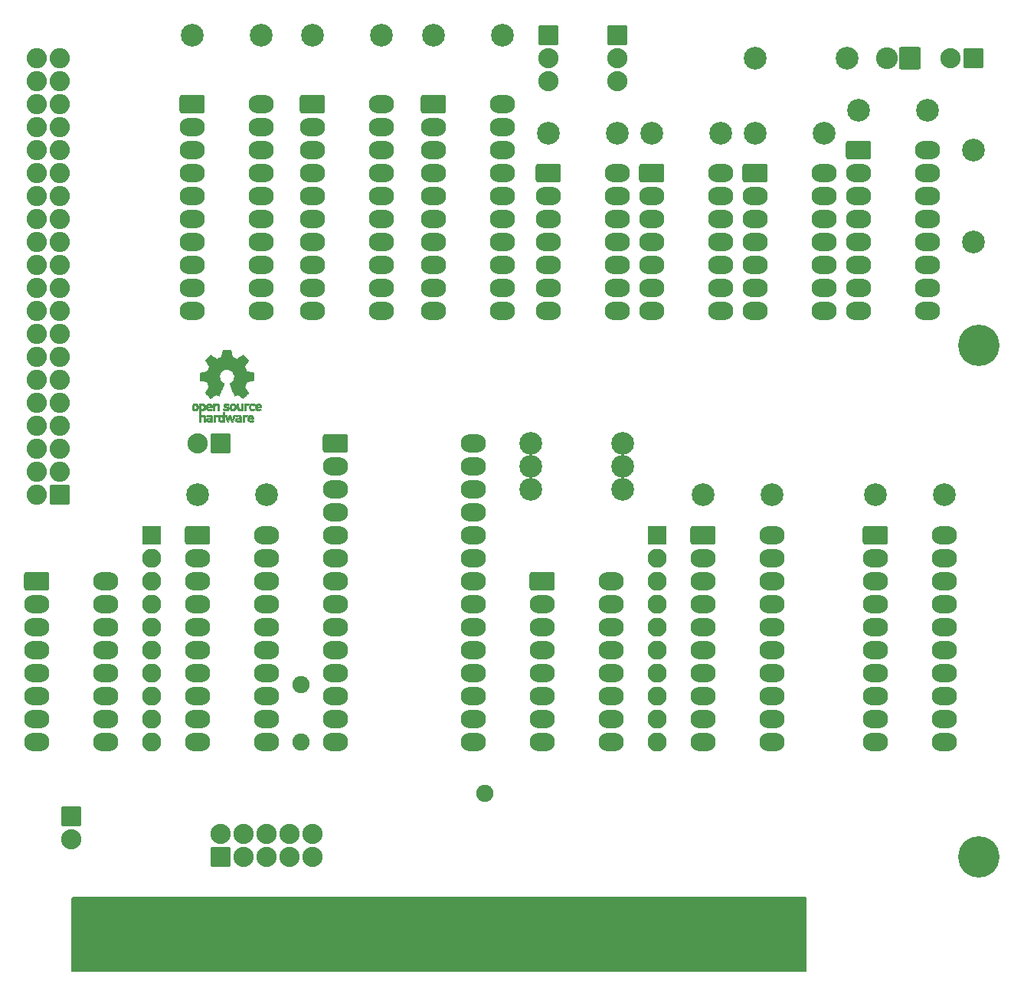
<source format=gts>
%TF.GenerationSoftware,KiCad,Pcbnew,8.0.4*%
%TF.CreationDate,2024-11-11T08:19:32-05:00*%
%TF.ProjectId,XT-IDE,58542d49-4445-42e6-9b69-6361645f7063,3B*%
%TF.SameCoordinates,Original*%
%TF.FileFunction,Soldermask,Top*%
%TF.FilePolarity,Negative*%
%FSLAX46Y46*%
G04 Gerber Fmt 4.6, Leading zero omitted, Abs format (unit mm)*
G04 Created by KiCad (PCBNEW 8.0.4) date 2024-11-11 08:19:32*
%MOMM*%
%LPD*%
G01*
G04 APERTURE LIST*
G04 Aperture macros list*
%AMRoundRect*
0 Rectangle with rounded corners*
0 $1 Rounding radius*
0 $2 $3 $4 $5 $6 $7 $8 $9 X,Y pos of 4 corners*
0 Add a 4 corners polygon primitive as box body*
4,1,4,$2,$3,$4,$5,$6,$7,$8,$9,$2,$3,0*
0 Add four circle primitives for the rounded corners*
1,1,$1+$1,$2,$3*
1,1,$1+$1,$4,$5*
1,1,$1+$1,$6,$7*
1,1,$1+$1,$8,$9*
0 Add four rect primitives between the rounded corners*
20,1,$1+$1,$2,$3,$4,$5,0*
20,1,$1+$1,$4,$5,$6,$7,0*
20,1,$1+$1,$6,$7,$8,$9,0*
20,1,$1+$1,$8,$9,$2,$3,0*%
G04 Aperture macros list end*
%ADD10C,0.010000*%
%ADD11C,4.572000*%
%ADD12RoundRect,0.254000X0.863600X0.863600X-0.863600X0.863600X-0.863600X-0.863600X0.863600X-0.863600X0*%
%ADD13C,2.235200*%
%ADD14RoundRect,0.254000X-0.863600X0.863600X-0.863600X-0.863600X0.863600X-0.863600X0.863600X0.863600X0*%
%ADD15RoundRect,0.254000X-0.863600X-0.863600X0.863600X-0.863600X0.863600X0.863600X-0.863600X0.863600X0*%
%ADD16RoundRect,0.254000X-0.889000X-3.556000X0.889000X-3.556000X0.889000X3.556000X-0.889000X3.556000X0*%
%ADD17RoundRect,0.254000X-0.950000X1.000000X-0.950000X-1.000000X0.950000X-1.000000X0.950000X1.000000X0*%
%ADD18C,2.408000*%
%ADD19C,1.905000*%
%ADD20O,2.235200X2.235200*%
%ADD21RoundRect,0.254000X-1.143000X-0.762000X1.143000X-0.762000X1.143000X0.762000X-1.143000X0.762000X0*%
%ADD22O,2.794000X2.032000*%
%ADD23RoundRect,0.254000X-0.800000X0.800000X-0.800000X-0.800000X0.800000X-0.800000X0.800000X0.800000X0*%
%ADD24O,2.108000X2.108000*%
%ADD25C,2.506980*%
G04 APERTURE END LIST*
D10*
%TO.C,REF\u002A\u002A\u002A*%
X105896388Y-78137645D02*
X105953865Y-78155206D01*
X105990872Y-78177395D01*
X106002927Y-78194942D01*
X105999609Y-78215742D01*
X105978079Y-78248419D01*
X105959874Y-78271562D01*
X105922344Y-78313402D01*
X105894148Y-78331005D01*
X105870111Y-78329856D01*
X105798808Y-78311710D01*
X105746442Y-78312534D01*
X105703918Y-78333098D01*
X105689642Y-78345134D01*
X105643947Y-78387483D01*
X105643947Y-78940526D01*
X105460131Y-78940526D01*
X105460131Y-78138421D01*
X105552039Y-78138421D01*
X105607219Y-78140603D01*
X105635688Y-78148351D01*
X105643943Y-78163468D01*
X105643947Y-78163916D01*
X105647845Y-78179749D01*
X105665474Y-78177684D01*
X105689901Y-78166261D01*
X105740350Y-78145005D01*
X105781316Y-78132216D01*
X105834028Y-78128938D01*
X105896388Y-78137645D01*
G36*
X105896388Y-78137645D02*
G01*
X105953865Y-78155206D01*
X105990872Y-78177395D01*
X106002927Y-78194942D01*
X105999609Y-78215742D01*
X105978079Y-78248419D01*
X105959874Y-78271562D01*
X105922344Y-78313402D01*
X105894148Y-78331005D01*
X105870111Y-78329856D01*
X105798808Y-78311710D01*
X105746442Y-78312534D01*
X105703918Y-78333098D01*
X105689642Y-78345134D01*
X105643947Y-78387483D01*
X105643947Y-78940526D01*
X105460131Y-78940526D01*
X105460131Y-78138421D01*
X105552039Y-78138421D01*
X105607219Y-78140603D01*
X105635688Y-78148351D01*
X105643943Y-78163468D01*
X105643947Y-78163916D01*
X105647845Y-78179749D01*
X105665474Y-78177684D01*
X105689901Y-78166261D01*
X105740350Y-78145005D01*
X105781316Y-78132216D01*
X105834028Y-78128938D01*
X105896388Y-78137645D01*
G37*
X105678167Y-79391447D02*
X105742408Y-79404112D01*
X105778980Y-79422864D01*
X105817453Y-79454017D01*
X105762717Y-79523127D01*
X105728969Y-79564979D01*
X105706053Y-79585398D01*
X105683279Y-79588517D01*
X105649956Y-79578472D01*
X105634314Y-79572789D01*
X105570542Y-79564404D01*
X105512140Y-79582378D01*
X105469264Y-79622982D01*
X105462299Y-79635929D01*
X105454713Y-79670224D01*
X105448859Y-79733427D01*
X105445011Y-79821060D01*
X105443443Y-79928640D01*
X105443421Y-79943944D01*
X105443421Y-80210526D01*
X105259605Y-80210526D01*
X105259605Y-79391710D01*
X105351513Y-79391710D01*
X105404507Y-79393094D01*
X105432115Y-79399252D01*
X105442324Y-79413194D01*
X105443421Y-79426344D01*
X105443421Y-79460978D01*
X105487450Y-79426344D01*
X105537937Y-79402716D01*
X105605760Y-79391033D01*
X105678167Y-79391447D01*
G36*
X105678167Y-79391447D02*
G01*
X105742408Y-79404112D01*
X105778980Y-79422864D01*
X105817453Y-79454017D01*
X105762717Y-79523127D01*
X105728969Y-79564979D01*
X105706053Y-79585398D01*
X105683279Y-79588517D01*
X105649956Y-79578472D01*
X105634314Y-79572789D01*
X105570542Y-79564404D01*
X105512140Y-79582378D01*
X105469264Y-79622982D01*
X105462299Y-79635929D01*
X105454713Y-79670224D01*
X105448859Y-79733427D01*
X105445011Y-79821060D01*
X105443443Y-79928640D01*
X105443421Y-79943944D01*
X105443421Y-80210526D01*
X105259605Y-80210526D01*
X105259605Y-79391710D01*
X105351513Y-79391710D01*
X105404507Y-79393094D01*
X105432115Y-79399252D01*
X105442324Y-79413194D01*
X105443421Y-79426344D01*
X105443421Y-79460978D01*
X105487450Y-79426344D01*
X105537937Y-79402716D01*
X105605760Y-79391033D01*
X105678167Y-79391447D01*
G37*
X102184881Y-79393486D02*
X102209888Y-79400982D01*
X102217950Y-79417451D01*
X102218289Y-79424886D01*
X102219736Y-79445594D01*
X102229698Y-79448845D01*
X102256612Y-79434648D01*
X102272598Y-79424948D01*
X102323033Y-79404175D01*
X102383272Y-79393904D01*
X102446434Y-79393114D01*
X102505637Y-79400786D01*
X102554002Y-79415898D01*
X102584646Y-79437432D01*
X102590689Y-79464366D01*
X102587639Y-79471660D01*
X102565406Y-79501937D01*
X102530930Y-79539175D01*
X102524694Y-79545195D01*
X102491833Y-79572875D01*
X102463480Y-79581818D01*
X102423827Y-79575576D01*
X102407942Y-79571429D01*
X102358509Y-79561467D01*
X102323752Y-79565947D01*
X102294400Y-79581746D01*
X102267513Y-79602949D01*
X102247710Y-79629614D01*
X102233948Y-79666827D01*
X102225184Y-79719673D01*
X102220374Y-79793237D01*
X102218474Y-79892605D01*
X102218289Y-79952601D01*
X102218289Y-80210526D01*
X102051184Y-80210526D01*
X102051184Y-79391710D01*
X102134736Y-79391710D01*
X102184881Y-79393486D01*
G36*
X102184881Y-79393486D02*
G01*
X102209888Y-79400982D01*
X102217950Y-79417451D01*
X102218289Y-79424886D01*
X102219736Y-79445594D01*
X102229698Y-79448845D01*
X102256612Y-79434648D01*
X102272598Y-79424948D01*
X102323033Y-79404175D01*
X102383272Y-79393904D01*
X102446434Y-79393114D01*
X102505637Y-79400786D01*
X102554002Y-79415898D01*
X102584646Y-79437432D01*
X102590689Y-79464366D01*
X102587639Y-79471660D01*
X102565406Y-79501937D01*
X102530930Y-79539175D01*
X102524694Y-79545195D01*
X102491833Y-79572875D01*
X102463480Y-79581818D01*
X102423827Y-79575576D01*
X102407942Y-79571429D01*
X102358509Y-79561467D01*
X102323752Y-79565947D01*
X102294400Y-79581746D01*
X102267513Y-79602949D01*
X102247710Y-79629614D01*
X102233948Y-79666827D01*
X102225184Y-79719673D01*
X102220374Y-79793237D01*
X102218474Y-79892605D01*
X102218289Y-79952601D01*
X102218289Y-80210526D01*
X102051184Y-80210526D01*
X102051184Y-79391710D01*
X102134736Y-79391710D01*
X102184881Y-79393486D01*
G37*
X104825131Y-78398533D02*
X104826710Y-78521089D01*
X104832481Y-78614179D01*
X104843991Y-78681651D01*
X104862790Y-78727355D01*
X104890426Y-78755139D01*
X104928448Y-78768854D01*
X104975526Y-78772358D01*
X105024832Y-78768432D01*
X105062283Y-78754089D01*
X105089428Y-78725478D01*
X105107815Y-78678751D01*
X105118993Y-78610058D01*
X105124511Y-78515550D01*
X105125921Y-78398533D01*
X105125921Y-78138421D01*
X105309736Y-78138421D01*
X105309736Y-78940526D01*
X105217828Y-78940526D01*
X105162422Y-78938281D01*
X105133891Y-78930396D01*
X105125921Y-78915428D01*
X105121120Y-78902097D01*
X105102014Y-78904917D01*
X105063504Y-78923783D01*
X104975239Y-78952887D01*
X104881623Y-78950825D01*
X104791921Y-78919221D01*
X104749204Y-78894257D01*
X104716621Y-78867226D01*
X104692817Y-78833405D01*
X104676439Y-78788068D01*
X104666131Y-78726489D01*
X104660541Y-78643943D01*
X104658312Y-78535705D01*
X104658026Y-78452004D01*
X104658026Y-78138421D01*
X104825131Y-78138421D01*
X104825131Y-78398533D01*
G36*
X104825131Y-78398533D02*
G01*
X104826710Y-78521089D01*
X104832481Y-78614179D01*
X104843991Y-78681651D01*
X104862790Y-78727355D01*
X104890426Y-78755139D01*
X104928448Y-78768854D01*
X104975526Y-78772358D01*
X105024832Y-78768432D01*
X105062283Y-78754089D01*
X105089428Y-78725478D01*
X105107815Y-78678751D01*
X105118993Y-78610058D01*
X105124511Y-78515550D01*
X105125921Y-78398533D01*
X105125921Y-78138421D01*
X105309736Y-78138421D01*
X105309736Y-78940526D01*
X105217828Y-78940526D01*
X105162422Y-78938281D01*
X105133891Y-78930396D01*
X105125921Y-78915428D01*
X105121120Y-78902097D01*
X105102014Y-78904917D01*
X105063504Y-78923783D01*
X104975239Y-78952887D01*
X104881623Y-78950825D01*
X104791921Y-78919221D01*
X104749204Y-78894257D01*
X104716621Y-78867226D01*
X104692817Y-78833405D01*
X104676439Y-78788068D01*
X104666131Y-78726489D01*
X104660541Y-78643943D01*
X104658312Y-78535705D01*
X104658026Y-78452004D01*
X104658026Y-78138421D01*
X104825131Y-78138421D01*
X104825131Y-78398533D01*
G37*
X102502957Y-78152226D02*
X102544546Y-78172090D01*
X102584825Y-78200784D01*
X102615510Y-78233809D01*
X102637861Y-78275931D01*
X102653136Y-78331915D01*
X102662592Y-78406528D01*
X102667487Y-78504535D01*
X102669081Y-78630702D01*
X102669106Y-78643914D01*
X102669473Y-78940526D01*
X102485657Y-78940526D01*
X102485657Y-78667081D01*
X102485527Y-78565777D01*
X102484621Y-78492353D01*
X102482173Y-78441271D01*
X102477414Y-78406990D01*
X102469574Y-78383971D01*
X102457885Y-78366673D01*
X102441602Y-78349581D01*
X102384634Y-78312857D01*
X102322445Y-78306042D01*
X102263199Y-78329261D01*
X102242595Y-78346543D01*
X102227470Y-78362791D01*
X102216610Y-78380191D01*
X102209310Y-78404212D01*
X102204863Y-78440322D01*
X102202564Y-78493988D01*
X102201704Y-78570680D01*
X102201578Y-78664043D01*
X102201578Y-78940526D01*
X102017763Y-78940526D01*
X102017763Y-78138421D01*
X102109671Y-78138421D01*
X102164851Y-78140603D01*
X102193320Y-78148351D01*
X102201575Y-78163468D01*
X102201578Y-78163916D01*
X102205408Y-78178720D01*
X102222301Y-78177040D01*
X102255888Y-78160773D01*
X102332063Y-78136840D01*
X102419200Y-78134178D01*
X102502957Y-78152226D01*
G36*
X102502957Y-78152226D02*
G01*
X102544546Y-78172090D01*
X102584825Y-78200784D01*
X102615510Y-78233809D01*
X102637861Y-78275931D01*
X102653136Y-78331915D01*
X102662592Y-78406528D01*
X102667487Y-78504535D01*
X102669081Y-78630702D01*
X102669106Y-78643914D01*
X102669473Y-78940526D01*
X102485657Y-78940526D01*
X102485657Y-78667081D01*
X102485527Y-78565777D01*
X102484621Y-78492353D01*
X102482173Y-78441271D01*
X102477414Y-78406990D01*
X102469574Y-78383971D01*
X102457885Y-78366673D01*
X102441602Y-78349581D01*
X102384634Y-78312857D01*
X102322445Y-78306042D01*
X102263199Y-78329261D01*
X102242595Y-78346543D01*
X102227470Y-78362791D01*
X102216610Y-78380191D01*
X102209310Y-78404212D01*
X102204863Y-78440322D01*
X102202564Y-78493988D01*
X102201704Y-78570680D01*
X102201578Y-78664043D01*
X102201578Y-78940526D01*
X102017763Y-78940526D01*
X102017763Y-78138421D01*
X102109671Y-78138421D01*
X102164851Y-78140603D01*
X102193320Y-78148351D01*
X102201575Y-78163468D01*
X102201578Y-78163916D01*
X102205408Y-78178720D01*
X102222301Y-78177040D01*
X102255888Y-78160773D01*
X102332063Y-78136840D01*
X102419200Y-78134178D01*
X102502957Y-78152226D01*
G37*
X106451576Y-78145419D02*
X106548395Y-78186549D01*
X106578890Y-78206571D01*
X106617865Y-78237340D01*
X106642331Y-78261533D01*
X106646578Y-78269413D01*
X106634584Y-78286899D01*
X106603887Y-78316570D01*
X106579312Y-78337279D01*
X106512046Y-78391336D01*
X106458930Y-78346642D01*
X106417884Y-78317789D01*
X106377863Y-78307829D01*
X106332059Y-78310261D01*
X106259324Y-78328345D01*
X106209256Y-78365881D01*
X106178829Y-78426562D01*
X106165017Y-78514081D01*
X106165013Y-78514136D01*
X106166208Y-78611958D01*
X106184772Y-78683730D01*
X106221804Y-78732595D01*
X106247050Y-78749143D01*
X106314097Y-78769749D01*
X106385709Y-78769762D01*
X106448015Y-78749768D01*
X106462763Y-78740000D01*
X106499750Y-78715047D01*
X106528668Y-78710958D01*
X106559856Y-78729530D01*
X106594336Y-78762887D01*
X106648912Y-78819196D01*
X106588318Y-78869142D01*
X106494698Y-78925513D01*
X106389125Y-78953293D01*
X106278798Y-78951282D01*
X106206343Y-78932862D01*
X106121656Y-78887310D01*
X106053927Y-78815650D01*
X106023157Y-78765066D01*
X105998236Y-78692488D01*
X105985766Y-78600569D01*
X105985670Y-78500948D01*
X105997870Y-78405267D01*
X106022290Y-78325169D01*
X106026136Y-78316956D01*
X106083093Y-78236413D01*
X106160209Y-78177771D01*
X106251390Y-78142247D01*
X106350543Y-78131057D01*
X106451576Y-78145419D01*
G36*
X106451576Y-78145419D02*
G01*
X106548395Y-78186549D01*
X106578890Y-78206571D01*
X106617865Y-78237340D01*
X106642331Y-78261533D01*
X106646578Y-78269413D01*
X106634584Y-78286899D01*
X106603887Y-78316570D01*
X106579312Y-78337279D01*
X106512046Y-78391336D01*
X106458930Y-78346642D01*
X106417884Y-78317789D01*
X106377863Y-78307829D01*
X106332059Y-78310261D01*
X106259324Y-78328345D01*
X106209256Y-78365881D01*
X106178829Y-78426562D01*
X106165017Y-78514081D01*
X106165013Y-78514136D01*
X106166208Y-78611958D01*
X106184772Y-78683730D01*
X106221804Y-78732595D01*
X106247050Y-78749143D01*
X106314097Y-78769749D01*
X106385709Y-78769762D01*
X106448015Y-78749768D01*
X106462763Y-78740000D01*
X106499750Y-78715047D01*
X106528668Y-78710958D01*
X106559856Y-78729530D01*
X106594336Y-78762887D01*
X106648912Y-78819196D01*
X106588318Y-78869142D01*
X106494698Y-78925513D01*
X106389125Y-78953293D01*
X106278798Y-78951282D01*
X106206343Y-78932862D01*
X106121656Y-78887310D01*
X106053927Y-78815650D01*
X106023157Y-78765066D01*
X105998236Y-78692488D01*
X105985766Y-78600569D01*
X105985670Y-78500948D01*
X105997870Y-78405267D01*
X106022290Y-78325169D01*
X106026136Y-78316956D01*
X106083093Y-78236413D01*
X106160209Y-78177771D01*
X106251390Y-78142247D01*
X106350543Y-78131057D01*
X106451576Y-78145419D01*
G37*
X104316669Y-78148310D02*
X104401192Y-78194340D01*
X104467321Y-78267006D01*
X104498478Y-78326106D01*
X104511855Y-78378305D01*
X104520522Y-78452719D01*
X104524237Y-78538442D01*
X104522754Y-78624569D01*
X104515831Y-78700193D01*
X104507745Y-78740584D01*
X104480465Y-78795840D01*
X104433220Y-78854530D01*
X104376282Y-78905852D01*
X104319924Y-78939005D01*
X104318550Y-78939531D01*
X104248616Y-78954018D01*
X104165737Y-78954377D01*
X104086977Y-78941188D01*
X104056566Y-78930617D01*
X103978239Y-78886201D01*
X103922143Y-78828007D01*
X103885286Y-78750965D01*
X103864680Y-78650001D01*
X103860018Y-78597116D01*
X103860613Y-78530663D01*
X104039736Y-78530663D01*
X104045770Y-78627630D01*
X104063138Y-78701523D01*
X104090740Y-78748736D01*
X104110404Y-78762237D01*
X104160787Y-78771651D01*
X104220673Y-78768864D01*
X104272449Y-78755316D01*
X104286027Y-78747862D01*
X104321849Y-78704451D01*
X104345493Y-78638014D01*
X104355558Y-78557161D01*
X104350642Y-78470502D01*
X104339655Y-78418349D01*
X104308109Y-78357951D01*
X104258311Y-78320197D01*
X104198337Y-78307143D01*
X104136264Y-78320849D01*
X104088582Y-78354372D01*
X104063525Y-78382031D01*
X104048900Y-78409294D01*
X104041929Y-78446190D01*
X104039833Y-78502750D01*
X104039736Y-78530663D01*
X103860613Y-78530663D01*
X103861282Y-78455994D01*
X103884265Y-78340271D01*
X103928972Y-78249941D01*
X103995405Y-78185000D01*
X104083565Y-78145445D01*
X104102495Y-78140858D01*
X104216266Y-78130090D01*
X104316669Y-78148310D01*
G36*
X104316669Y-78148310D02*
G01*
X104401192Y-78194340D01*
X104467321Y-78267006D01*
X104498478Y-78326106D01*
X104511855Y-78378305D01*
X104520522Y-78452719D01*
X104524237Y-78538442D01*
X104522754Y-78624569D01*
X104515831Y-78700193D01*
X104507745Y-78740584D01*
X104480465Y-78795840D01*
X104433220Y-78854530D01*
X104376282Y-78905852D01*
X104319924Y-78939005D01*
X104318550Y-78939531D01*
X104248616Y-78954018D01*
X104165737Y-78954377D01*
X104086977Y-78941188D01*
X104056566Y-78930617D01*
X103978239Y-78886201D01*
X103922143Y-78828007D01*
X103885286Y-78750965D01*
X103864680Y-78650001D01*
X103860018Y-78597116D01*
X103860613Y-78530663D01*
X104039736Y-78530663D01*
X104045770Y-78627630D01*
X104063138Y-78701523D01*
X104090740Y-78748736D01*
X104110404Y-78762237D01*
X104160787Y-78771651D01*
X104220673Y-78768864D01*
X104272449Y-78755316D01*
X104286027Y-78747862D01*
X104321849Y-78704451D01*
X104345493Y-78638014D01*
X104355558Y-78557161D01*
X104350642Y-78470502D01*
X104339655Y-78418349D01*
X104308109Y-78357951D01*
X104258311Y-78320197D01*
X104198337Y-78307143D01*
X104136264Y-78320849D01*
X104088582Y-78354372D01*
X104063525Y-78382031D01*
X104048900Y-78409294D01*
X104041929Y-78446190D01*
X104039833Y-78502750D01*
X104039736Y-78530663D01*
X103860613Y-78530663D01*
X103861282Y-78455994D01*
X103884265Y-78340271D01*
X103928972Y-78249941D01*
X103995405Y-78185000D01*
X104083565Y-78145445D01*
X104102495Y-78140858D01*
X104216266Y-78130090D01*
X104316669Y-78148310D01*
G37*
X103879130Y-79395104D02*
X103945220Y-79400066D01*
X104031626Y-79659079D01*
X104118031Y-79918092D01*
X104145124Y-79826184D01*
X104161428Y-79769384D01*
X104182875Y-79692625D01*
X104206035Y-79608251D01*
X104218280Y-79562993D01*
X104264344Y-79391710D01*
X104454387Y-79391710D01*
X104397582Y-79571349D01*
X104369607Y-79659704D01*
X104335813Y-79766281D01*
X104300520Y-79877454D01*
X104269013Y-79976579D01*
X104197250Y-80202171D01*
X104042286Y-80212253D01*
X104000270Y-80073528D01*
X103974359Y-79987351D01*
X103946083Y-79892347D01*
X103921369Y-79808441D01*
X103920394Y-79805102D01*
X103901935Y-79748248D01*
X103885649Y-79709456D01*
X103874242Y-79694787D01*
X103871898Y-79696483D01*
X103863671Y-79719225D01*
X103848038Y-79767940D01*
X103826904Y-79836502D01*
X103802170Y-79918785D01*
X103788787Y-79964046D01*
X103716311Y-80210526D01*
X103562495Y-80210526D01*
X103439531Y-79822006D01*
X103404988Y-79713022D01*
X103373521Y-79614048D01*
X103346616Y-79529736D01*
X103325759Y-79464734D01*
X103312438Y-79423692D01*
X103308388Y-79411701D01*
X103311594Y-79399423D01*
X103336765Y-79394046D01*
X103389146Y-79394584D01*
X103397345Y-79394990D01*
X103494482Y-79400066D01*
X103558100Y-79634013D01*
X103581484Y-79719333D01*
X103602381Y-79794335D01*
X103618951Y-79852507D01*
X103629354Y-79887337D01*
X103631276Y-79893016D01*
X103639241Y-79886486D01*
X103655304Y-79852654D01*
X103677621Y-79796127D01*
X103704345Y-79721510D01*
X103726937Y-79654107D01*
X103813041Y-79390143D01*
X103879130Y-79395104D01*
G36*
X103879130Y-79395104D02*
G01*
X103945220Y-79400066D01*
X104031626Y-79659079D01*
X104118031Y-79918092D01*
X104145124Y-79826184D01*
X104161428Y-79769384D01*
X104182875Y-79692625D01*
X104206035Y-79608251D01*
X104218280Y-79562993D01*
X104264344Y-79391710D01*
X104454387Y-79391710D01*
X104397582Y-79571349D01*
X104369607Y-79659704D01*
X104335813Y-79766281D01*
X104300520Y-79877454D01*
X104269013Y-79976579D01*
X104197250Y-80202171D01*
X104042286Y-80212253D01*
X104000270Y-80073528D01*
X103974359Y-79987351D01*
X103946083Y-79892347D01*
X103921369Y-79808441D01*
X103920394Y-79805102D01*
X103901935Y-79748248D01*
X103885649Y-79709456D01*
X103874242Y-79694787D01*
X103871898Y-79696483D01*
X103863671Y-79719225D01*
X103848038Y-79767940D01*
X103826904Y-79836502D01*
X103802170Y-79918785D01*
X103788787Y-79964046D01*
X103716311Y-80210526D01*
X103562495Y-80210526D01*
X103439531Y-79822006D01*
X103404988Y-79713022D01*
X103373521Y-79614048D01*
X103346616Y-79529736D01*
X103325759Y-79464734D01*
X103312438Y-79423692D01*
X103308388Y-79411701D01*
X103311594Y-79399423D01*
X103336765Y-79394046D01*
X103389146Y-79394584D01*
X103397345Y-79394990D01*
X103494482Y-79400066D01*
X103558100Y-79634013D01*
X103581484Y-79719333D01*
X103602381Y-79794335D01*
X103618951Y-79852507D01*
X103629354Y-79887337D01*
X103631276Y-79893016D01*
X103639241Y-79886486D01*
X103655304Y-79852654D01*
X103677621Y-79796127D01*
X103704345Y-79721510D01*
X103726937Y-79654107D01*
X103813041Y-79390143D01*
X103879130Y-79395104D01*
G37*
X100131784Y-78147104D02*
X100219205Y-78185754D01*
X100285570Y-78250290D01*
X100330976Y-78340812D01*
X100355518Y-78457418D01*
X100357277Y-78475624D01*
X100358656Y-78603984D01*
X100340784Y-78716496D01*
X100304750Y-78807688D01*
X100285455Y-78837022D01*
X100218245Y-78899106D01*
X100132650Y-78939316D01*
X100036890Y-78956003D01*
X99939187Y-78947517D01*
X99864917Y-78921380D01*
X99801047Y-78877335D01*
X99748846Y-78819587D01*
X99747943Y-78818236D01*
X99726744Y-78782593D01*
X99712967Y-78746752D01*
X99704624Y-78701519D01*
X99699727Y-78637701D01*
X99697569Y-78585368D01*
X99696671Y-78537910D01*
X99863743Y-78537910D01*
X99865376Y-78585154D01*
X99871304Y-78648046D01*
X99881761Y-78688407D01*
X99900619Y-78717122D01*
X99918281Y-78733896D01*
X99980894Y-78769016D01*
X100046408Y-78773710D01*
X100107421Y-78748440D01*
X100137928Y-78720124D01*
X100159911Y-78691589D01*
X100172769Y-78664284D01*
X100178412Y-78628750D01*
X100178751Y-78575524D01*
X100177012Y-78526506D01*
X100173271Y-78456482D01*
X100167341Y-78411064D01*
X100156653Y-78381440D01*
X100138639Y-78358797D01*
X100124363Y-78345855D01*
X100064651Y-78311860D01*
X100000234Y-78310165D01*
X99946219Y-78330301D01*
X99900140Y-78372352D01*
X99872689Y-78441428D01*
X99863743Y-78537910D01*
X99696671Y-78537910D01*
X99695599Y-78481299D01*
X99698964Y-78403468D01*
X99709045Y-78344930D01*
X99727226Y-78298737D01*
X99754890Y-78257942D01*
X99765146Y-78245828D01*
X99829278Y-78185474D01*
X99898066Y-78150220D01*
X99982189Y-78135450D01*
X100023209Y-78134243D01*
X100131784Y-78147104D01*
G36*
X100131784Y-78147104D02*
G01*
X100219205Y-78185754D01*
X100285570Y-78250290D01*
X100330976Y-78340812D01*
X100355518Y-78457418D01*
X100357277Y-78475624D01*
X100358656Y-78603984D01*
X100340784Y-78716496D01*
X100304750Y-78807688D01*
X100285455Y-78837022D01*
X100218245Y-78899106D01*
X100132650Y-78939316D01*
X100036890Y-78956003D01*
X99939187Y-78947517D01*
X99864917Y-78921380D01*
X99801047Y-78877335D01*
X99748846Y-78819587D01*
X99747943Y-78818236D01*
X99726744Y-78782593D01*
X99712967Y-78746752D01*
X99704624Y-78701519D01*
X99699727Y-78637701D01*
X99697569Y-78585368D01*
X99696671Y-78537910D01*
X99863743Y-78537910D01*
X99865376Y-78585154D01*
X99871304Y-78648046D01*
X99881761Y-78688407D01*
X99900619Y-78717122D01*
X99918281Y-78733896D01*
X99980894Y-78769016D01*
X100046408Y-78773710D01*
X100107421Y-78748440D01*
X100137928Y-78720124D01*
X100159911Y-78691589D01*
X100172769Y-78664284D01*
X100178412Y-78628750D01*
X100178751Y-78575524D01*
X100177012Y-78526506D01*
X100173271Y-78456482D01*
X100167341Y-78411064D01*
X100156653Y-78381440D01*
X100138639Y-78358797D01*
X100124363Y-78345855D01*
X100064651Y-78311860D01*
X100000234Y-78310165D01*
X99946219Y-78330301D01*
X99900140Y-78372352D01*
X99872689Y-78441428D01*
X99863743Y-78537910D01*
X99696671Y-78537910D01*
X99695599Y-78481299D01*
X99698964Y-78403468D01*
X99709045Y-78344930D01*
X99727226Y-78298737D01*
X99754890Y-78257942D01*
X99765146Y-78245828D01*
X99829278Y-78185474D01*
X99898066Y-78150220D01*
X99982189Y-78135450D01*
X100023209Y-78134243D01*
X100131784Y-78147104D01*
G37*
X103237631Y-80210526D02*
X103145723Y-80210526D01*
X103092377Y-80208962D01*
X103064593Y-80202485D01*
X103054590Y-80188418D01*
X103053815Y-80178906D01*
X103052128Y-80159832D01*
X103041490Y-80156174D01*
X103013535Y-80167932D01*
X102991795Y-80178906D01*
X102908332Y-80204911D01*
X102817604Y-80206416D01*
X102743842Y-80187021D01*
X102675154Y-80140165D01*
X102622794Y-80071004D01*
X102594122Y-79989427D01*
X102593392Y-79984866D01*
X102589132Y-79935101D01*
X102587014Y-79863659D01*
X102587184Y-79809626D01*
X102769720Y-79809626D01*
X102773949Y-79881441D01*
X102783568Y-79940634D01*
X102796590Y-79974060D01*
X102845856Y-80019740D01*
X102904350Y-80036115D01*
X102964671Y-80022873D01*
X103016217Y-79983373D01*
X103035738Y-79956807D01*
X103047152Y-79925106D01*
X103052498Y-79878832D01*
X103053815Y-79809328D01*
X103051458Y-79740499D01*
X103045233Y-79680026D01*
X103036408Y-79639556D01*
X103034937Y-79635929D01*
X102999347Y-79592802D01*
X102947400Y-79569124D01*
X102889278Y-79565301D01*
X102835160Y-79581738D01*
X102795226Y-79618840D01*
X102791083Y-79626222D01*
X102778116Y-79671239D01*
X102771052Y-79735967D01*
X102769720Y-79809626D01*
X102587184Y-79809626D01*
X102587271Y-79782230D01*
X102588472Y-79738405D01*
X102596645Y-79629988D01*
X102613630Y-79548588D01*
X102641887Y-79488412D01*
X102683872Y-79443666D01*
X102724632Y-79417400D01*
X102781581Y-79398935D01*
X102852411Y-79392602D01*
X102924941Y-79397760D01*
X102986986Y-79413769D01*
X103019768Y-79432920D01*
X103053815Y-79463732D01*
X103053815Y-79074210D01*
X103237631Y-79074210D01*
X103237631Y-80210526D01*
G36*
X103237631Y-80210526D02*
G01*
X103145723Y-80210526D01*
X103092377Y-80208962D01*
X103064593Y-80202485D01*
X103054590Y-80188418D01*
X103053815Y-80178906D01*
X103052128Y-80159832D01*
X103041490Y-80156174D01*
X103013535Y-80167932D01*
X102991795Y-80178906D01*
X102908332Y-80204911D01*
X102817604Y-80206416D01*
X102743842Y-80187021D01*
X102675154Y-80140165D01*
X102622794Y-80071004D01*
X102594122Y-79989427D01*
X102593392Y-79984866D01*
X102589132Y-79935101D01*
X102587014Y-79863659D01*
X102587184Y-79809626D01*
X102769720Y-79809626D01*
X102773949Y-79881441D01*
X102783568Y-79940634D01*
X102796590Y-79974060D01*
X102845856Y-80019740D01*
X102904350Y-80036115D01*
X102964671Y-80022873D01*
X103016217Y-79983373D01*
X103035738Y-79956807D01*
X103047152Y-79925106D01*
X103052498Y-79878832D01*
X103053815Y-79809328D01*
X103051458Y-79740499D01*
X103045233Y-79680026D01*
X103036408Y-79639556D01*
X103034937Y-79635929D01*
X102999347Y-79592802D01*
X102947400Y-79569124D01*
X102889278Y-79565301D01*
X102835160Y-79581738D01*
X102795226Y-79618840D01*
X102791083Y-79626222D01*
X102778116Y-79671239D01*
X102771052Y-79735967D01*
X102769720Y-79809626D01*
X102587184Y-79809626D01*
X102587271Y-79782230D01*
X102588472Y-79738405D01*
X102596645Y-79629988D01*
X102613630Y-79548588D01*
X102641887Y-79488412D01*
X102683872Y-79443666D01*
X102724632Y-79417400D01*
X102781581Y-79398935D01*
X102852411Y-79392602D01*
X102924941Y-79397760D01*
X102986986Y-79413769D01*
X103019768Y-79432920D01*
X103053815Y-79463732D01*
X103053815Y-79074210D01*
X103237631Y-79074210D01*
X103237631Y-80210526D01*
G37*
X107063784Y-78135554D02*
X107106574Y-78145949D01*
X107188609Y-78184013D01*
X107258757Y-78242149D01*
X107307305Y-78311852D01*
X107313975Y-78327502D01*
X107323124Y-78368496D01*
X107329529Y-78429138D01*
X107331710Y-78490430D01*
X107331710Y-78606316D01*
X107089407Y-78606316D01*
X106989471Y-78606693D01*
X106919069Y-78608987D01*
X106874313Y-78614938D01*
X106851315Y-78626285D01*
X106846189Y-78644771D01*
X106855048Y-78672136D01*
X106870917Y-78704155D01*
X106915184Y-78757592D01*
X106976699Y-78784215D01*
X107051885Y-78783347D01*
X107137053Y-78754371D01*
X107210659Y-78718611D01*
X107271734Y-78766904D01*
X107332810Y-78815197D01*
X107275351Y-78868285D01*
X107198641Y-78918445D01*
X107104302Y-78948688D01*
X107002827Y-78957151D01*
X106904711Y-78941974D01*
X106888881Y-78936824D01*
X106802647Y-78891791D01*
X106738501Y-78824652D01*
X106695091Y-78733405D01*
X106671064Y-78616044D01*
X106670784Y-78613529D01*
X106668633Y-78485627D01*
X106677329Y-78439997D01*
X106847105Y-78439997D01*
X106862697Y-78447013D01*
X106905029Y-78452388D01*
X106967434Y-78455457D01*
X107006981Y-78455921D01*
X107080728Y-78455630D01*
X107126840Y-78453783D01*
X107151100Y-78448912D01*
X107159294Y-78439555D01*
X107157206Y-78424245D01*
X107155455Y-78418322D01*
X107125560Y-78362668D01*
X107078542Y-78317815D01*
X107037049Y-78298105D01*
X106981926Y-78299295D01*
X106926068Y-78323875D01*
X106879212Y-78364570D01*
X106851094Y-78414108D01*
X106847105Y-78439997D01*
X106677329Y-78439997D01*
X106690074Y-78373133D01*
X106732611Y-78278727D01*
X106793747Y-78205088D01*
X106870985Y-78154893D01*
X106961830Y-78130822D01*
X107063784Y-78135554D01*
G36*
X107063784Y-78135554D02*
G01*
X107106574Y-78145949D01*
X107188609Y-78184013D01*
X107258757Y-78242149D01*
X107307305Y-78311852D01*
X107313975Y-78327502D01*
X107323124Y-78368496D01*
X107329529Y-78429138D01*
X107331710Y-78490430D01*
X107331710Y-78606316D01*
X107089407Y-78606316D01*
X106989471Y-78606693D01*
X106919069Y-78608987D01*
X106874313Y-78614938D01*
X106851315Y-78626285D01*
X106846189Y-78644771D01*
X106855048Y-78672136D01*
X106870917Y-78704155D01*
X106915184Y-78757592D01*
X106976699Y-78784215D01*
X107051885Y-78783347D01*
X107137053Y-78754371D01*
X107210659Y-78718611D01*
X107271734Y-78766904D01*
X107332810Y-78815197D01*
X107275351Y-78868285D01*
X107198641Y-78918445D01*
X107104302Y-78948688D01*
X107002827Y-78957151D01*
X106904711Y-78941974D01*
X106888881Y-78936824D01*
X106802647Y-78891791D01*
X106738501Y-78824652D01*
X106695091Y-78733405D01*
X106671064Y-78616044D01*
X106670784Y-78613529D01*
X106668633Y-78485627D01*
X106677329Y-78439997D01*
X106847105Y-78439997D01*
X106862697Y-78447013D01*
X106905029Y-78452388D01*
X106967434Y-78455457D01*
X107006981Y-78455921D01*
X107080728Y-78455630D01*
X107126840Y-78453783D01*
X107151100Y-78448912D01*
X107159294Y-78439555D01*
X107157206Y-78424245D01*
X107155455Y-78418322D01*
X107125560Y-78362668D01*
X107078542Y-78317815D01*
X107037049Y-78298105D01*
X106981926Y-78299295D01*
X106926068Y-78323875D01*
X106879212Y-78364570D01*
X106851094Y-78414108D01*
X106847105Y-78439997D01*
X106677329Y-78439997D01*
X106690074Y-78373133D01*
X106732611Y-78278727D01*
X106793747Y-78205088D01*
X106870985Y-78154893D01*
X106961830Y-78130822D01*
X107063784Y-78135554D01*
G37*
X103523628Y-78135547D02*
X103586908Y-78147548D01*
X103652557Y-78172648D01*
X103659572Y-78175848D01*
X103709356Y-78202026D01*
X103743834Y-78226353D01*
X103754978Y-78241937D01*
X103744366Y-78267353D01*
X103718588Y-78304853D01*
X103707146Y-78318852D01*
X103659992Y-78373954D01*
X103599201Y-78338086D01*
X103541347Y-78314192D01*
X103474500Y-78301420D01*
X103410394Y-78300613D01*
X103360764Y-78312615D01*
X103348854Y-78320105D01*
X103326172Y-78354450D01*
X103323416Y-78394013D01*
X103340388Y-78424920D01*
X103350427Y-78430913D01*
X103380510Y-78438357D01*
X103433389Y-78447106D01*
X103498575Y-78455467D01*
X103510600Y-78456778D01*
X103615297Y-78474888D01*
X103691232Y-78505651D01*
X103741592Y-78551907D01*
X103769564Y-78616497D01*
X103778278Y-78695387D01*
X103766240Y-78785065D01*
X103727151Y-78855486D01*
X103660855Y-78906777D01*
X103567194Y-78939067D01*
X103463223Y-78951807D01*
X103378438Y-78951654D01*
X103309665Y-78940083D01*
X103262697Y-78924109D01*
X103203350Y-78896275D01*
X103148506Y-78863973D01*
X103129013Y-78849755D01*
X103078881Y-78808835D01*
X103199803Y-78686477D01*
X103268543Y-78731967D01*
X103337488Y-78766133D01*
X103411111Y-78784004D01*
X103481883Y-78785889D01*
X103542274Y-78772101D01*
X103584757Y-78742949D01*
X103598474Y-78718352D01*
X103596417Y-78678904D01*
X103562330Y-78648737D01*
X103496308Y-78627906D01*
X103423974Y-78618279D01*
X103312652Y-78599910D01*
X103229952Y-78565254D01*
X103174765Y-78513297D01*
X103145988Y-78443023D01*
X103142001Y-78359707D01*
X103161693Y-78272681D01*
X103206589Y-78206902D01*
X103277091Y-78162068D01*
X103373601Y-78137879D01*
X103445100Y-78133137D01*
X103523628Y-78135547D01*
G36*
X103523628Y-78135547D02*
G01*
X103586908Y-78147548D01*
X103652557Y-78172648D01*
X103659572Y-78175848D01*
X103709356Y-78202026D01*
X103743834Y-78226353D01*
X103754978Y-78241937D01*
X103744366Y-78267353D01*
X103718588Y-78304853D01*
X103707146Y-78318852D01*
X103659992Y-78373954D01*
X103599201Y-78338086D01*
X103541347Y-78314192D01*
X103474500Y-78301420D01*
X103410394Y-78300613D01*
X103360764Y-78312615D01*
X103348854Y-78320105D01*
X103326172Y-78354450D01*
X103323416Y-78394013D01*
X103340388Y-78424920D01*
X103350427Y-78430913D01*
X103380510Y-78438357D01*
X103433389Y-78447106D01*
X103498575Y-78455467D01*
X103510600Y-78456778D01*
X103615297Y-78474888D01*
X103691232Y-78505651D01*
X103741592Y-78551907D01*
X103769564Y-78616497D01*
X103778278Y-78695387D01*
X103766240Y-78785065D01*
X103727151Y-78855486D01*
X103660855Y-78906777D01*
X103567194Y-78939067D01*
X103463223Y-78951807D01*
X103378438Y-78951654D01*
X103309665Y-78940083D01*
X103262697Y-78924109D01*
X103203350Y-78896275D01*
X103148506Y-78863973D01*
X103129013Y-78849755D01*
X103078881Y-78808835D01*
X103199803Y-78686477D01*
X103268543Y-78731967D01*
X103337488Y-78766133D01*
X103411111Y-78784004D01*
X103481883Y-78785889D01*
X103542274Y-78772101D01*
X103584757Y-78742949D01*
X103598474Y-78718352D01*
X103596417Y-78678904D01*
X103562330Y-78648737D01*
X103496308Y-78627906D01*
X103423974Y-78618279D01*
X103312652Y-78599910D01*
X103229952Y-78565254D01*
X103174765Y-78513297D01*
X103145988Y-78443023D01*
X103142001Y-78359707D01*
X103161693Y-78272681D01*
X103206589Y-78206902D01*
X103277091Y-78162068D01*
X103373601Y-78137879D01*
X103445100Y-78133137D01*
X103523628Y-78135547D01*
G37*
X106206193Y-79396078D02*
X106286068Y-79416845D01*
X106352962Y-79459705D01*
X106385351Y-79491723D01*
X106438445Y-79567413D01*
X106468873Y-79655216D01*
X106479327Y-79763150D01*
X106479380Y-79771875D01*
X106479473Y-79859605D01*
X105974534Y-79859605D01*
X105985298Y-79905559D01*
X106004732Y-79947178D01*
X106038745Y-79990544D01*
X106045860Y-79997467D01*
X106107003Y-80034935D01*
X106176729Y-80041289D01*
X106256987Y-80016638D01*
X106270592Y-80010000D01*
X106312319Y-79989819D01*
X106340268Y-79978321D01*
X106345145Y-79977258D01*
X106362168Y-79987583D01*
X106394633Y-80012845D01*
X106411114Y-80026650D01*
X106445264Y-80058361D01*
X106456478Y-80079299D01*
X106448695Y-80098560D01*
X106444535Y-80103827D01*
X106416357Y-80126878D01*
X106369862Y-80154892D01*
X106337434Y-80171246D01*
X106245385Y-80200059D01*
X106143476Y-80209395D01*
X106046963Y-80198332D01*
X106019934Y-80190412D01*
X105936276Y-80145581D01*
X105874266Y-80076598D01*
X105833545Y-79982794D01*
X105813755Y-79863498D01*
X105811582Y-79801118D01*
X105817926Y-79710298D01*
X105978157Y-79710298D01*
X105993655Y-79717012D01*
X106035312Y-79722280D01*
X106095876Y-79725389D01*
X106136907Y-79725921D01*
X106210711Y-79725408D01*
X106257293Y-79723006D01*
X106282848Y-79717422D01*
X106293569Y-79707361D01*
X106295657Y-79692763D01*
X106281331Y-79647796D01*
X106245262Y-79603353D01*
X106197815Y-79569242D01*
X106150349Y-79555288D01*
X106085879Y-79567666D01*
X106030070Y-79603452D01*
X105991374Y-79655033D01*
X105978157Y-79710298D01*
X105817926Y-79710298D01*
X105820821Y-79668866D01*
X105849336Y-79563498D01*
X105897729Y-79484178D01*
X105966604Y-79430071D01*
X106056565Y-79400343D01*
X106105300Y-79394618D01*
X106206193Y-79396078D01*
G36*
X106206193Y-79396078D02*
G01*
X106286068Y-79416845D01*
X106352962Y-79459705D01*
X106385351Y-79491723D01*
X106438445Y-79567413D01*
X106468873Y-79655216D01*
X106479327Y-79763150D01*
X106479380Y-79771875D01*
X106479473Y-79859605D01*
X105974534Y-79859605D01*
X105985298Y-79905559D01*
X106004732Y-79947178D01*
X106038745Y-79990544D01*
X106045860Y-79997467D01*
X106107003Y-80034935D01*
X106176729Y-80041289D01*
X106256987Y-80016638D01*
X106270592Y-80010000D01*
X106312319Y-79989819D01*
X106340268Y-79978321D01*
X106345145Y-79977258D01*
X106362168Y-79987583D01*
X106394633Y-80012845D01*
X106411114Y-80026650D01*
X106445264Y-80058361D01*
X106456478Y-80079299D01*
X106448695Y-80098560D01*
X106444535Y-80103827D01*
X106416357Y-80126878D01*
X106369862Y-80154892D01*
X106337434Y-80171246D01*
X106245385Y-80200059D01*
X106143476Y-80209395D01*
X106046963Y-80198332D01*
X106019934Y-80190412D01*
X105936276Y-80145581D01*
X105874266Y-80076598D01*
X105833545Y-79982794D01*
X105813755Y-79863498D01*
X105811582Y-79801118D01*
X105817926Y-79710298D01*
X105978157Y-79710298D01*
X105993655Y-79717012D01*
X106035312Y-79722280D01*
X106095876Y-79725389D01*
X106136907Y-79725921D01*
X106210711Y-79725408D01*
X106257293Y-79723006D01*
X106282848Y-79717422D01*
X106293569Y-79707361D01*
X106295657Y-79692763D01*
X106281331Y-79647796D01*
X106245262Y-79603353D01*
X106197815Y-79569242D01*
X106150349Y-79555288D01*
X106085879Y-79567666D01*
X106030070Y-79603452D01*
X105991374Y-79655033D01*
X105978157Y-79710298D01*
X105817926Y-79710298D01*
X105820821Y-79668866D01*
X105849336Y-79563498D01*
X105897729Y-79484178D01*
X105966604Y-79430071D01*
X106056565Y-79400343D01*
X106105300Y-79394618D01*
X106206193Y-79396078D01*
G37*
X101702018Y-78157027D02*
X101718670Y-78164866D01*
X101776305Y-78207086D01*
X101830805Y-78268700D01*
X101871499Y-78336543D01*
X101883074Y-78367734D01*
X101893634Y-78423449D01*
X101899931Y-78490781D01*
X101900696Y-78518585D01*
X101900789Y-78606316D01*
X101395850Y-78606316D01*
X101406613Y-78652270D01*
X101433033Y-78706620D01*
X101479222Y-78753591D01*
X101534172Y-78783848D01*
X101569189Y-78790131D01*
X101616677Y-78782506D01*
X101673335Y-78763383D01*
X101692582Y-78754584D01*
X101763759Y-78719036D01*
X101824502Y-78765367D01*
X101859552Y-78796703D01*
X101878202Y-78822567D01*
X101879147Y-78830158D01*
X101862485Y-78848556D01*
X101825970Y-78876515D01*
X101792828Y-78898327D01*
X101703393Y-78937537D01*
X101603129Y-78955285D01*
X101503754Y-78950670D01*
X101424539Y-78926551D01*
X101342880Y-78874884D01*
X101284849Y-78806856D01*
X101248546Y-78718843D01*
X101232072Y-78607216D01*
X101230611Y-78556138D01*
X101236457Y-78439091D01*
X101237175Y-78435686D01*
X101404489Y-78435686D01*
X101409097Y-78446662D01*
X101428036Y-78452715D01*
X101467098Y-78455310D01*
X101532077Y-78455910D01*
X101557097Y-78455921D01*
X101633221Y-78455014D01*
X101681496Y-78451720D01*
X101707460Y-78445181D01*
X101716648Y-78434537D01*
X101716973Y-78431119D01*
X101706487Y-78403956D01*
X101680242Y-78365903D01*
X101668959Y-78352579D01*
X101627072Y-78314896D01*
X101583409Y-78300080D01*
X101559885Y-78298842D01*
X101496243Y-78314329D01*
X101442873Y-78355930D01*
X101409019Y-78416353D01*
X101408419Y-78418322D01*
X101404489Y-78435686D01*
X101237175Y-78435686D01*
X101255899Y-78346928D01*
X101290922Y-78273190D01*
X101333756Y-78220848D01*
X101412948Y-78164092D01*
X101506040Y-78133762D01*
X101605055Y-78131021D01*
X101702018Y-78157027D01*
G36*
X101702018Y-78157027D02*
G01*
X101718670Y-78164866D01*
X101776305Y-78207086D01*
X101830805Y-78268700D01*
X101871499Y-78336543D01*
X101883074Y-78367734D01*
X101893634Y-78423449D01*
X101899931Y-78490781D01*
X101900696Y-78518585D01*
X101900789Y-78606316D01*
X101395850Y-78606316D01*
X101406613Y-78652270D01*
X101433033Y-78706620D01*
X101479222Y-78753591D01*
X101534172Y-78783848D01*
X101569189Y-78790131D01*
X101616677Y-78782506D01*
X101673335Y-78763383D01*
X101692582Y-78754584D01*
X101763759Y-78719036D01*
X101824502Y-78765367D01*
X101859552Y-78796703D01*
X101878202Y-78822567D01*
X101879147Y-78830158D01*
X101862485Y-78848556D01*
X101825970Y-78876515D01*
X101792828Y-78898327D01*
X101703393Y-78937537D01*
X101603129Y-78955285D01*
X101503754Y-78950670D01*
X101424539Y-78926551D01*
X101342880Y-78874884D01*
X101284849Y-78806856D01*
X101248546Y-78718843D01*
X101232072Y-78607216D01*
X101230611Y-78556138D01*
X101236457Y-78439091D01*
X101237175Y-78435686D01*
X101404489Y-78435686D01*
X101409097Y-78446662D01*
X101428036Y-78452715D01*
X101467098Y-78455310D01*
X101532077Y-78455910D01*
X101557097Y-78455921D01*
X101633221Y-78455014D01*
X101681496Y-78451720D01*
X101707460Y-78445181D01*
X101716648Y-78434537D01*
X101716973Y-78431119D01*
X101706487Y-78403956D01*
X101680242Y-78365903D01*
X101668959Y-78352579D01*
X101627072Y-78314896D01*
X101583409Y-78300080D01*
X101559885Y-78298842D01*
X101496243Y-78314329D01*
X101442873Y-78355930D01*
X101409019Y-78416353D01*
X101408419Y-78418322D01*
X101404489Y-78435686D01*
X101237175Y-78435686D01*
X101255899Y-78346928D01*
X101290922Y-78273190D01*
X101333756Y-78220848D01*
X101412948Y-78164092D01*
X101506040Y-78133762D01*
X101605055Y-78131021D01*
X101702018Y-78157027D01*
G37*
X104884992Y-79396673D02*
X104955427Y-79413780D01*
X104975787Y-79422844D01*
X105015253Y-79446583D01*
X105045541Y-79473321D01*
X105067952Y-79507699D01*
X105083786Y-79554360D01*
X105094343Y-79617946D01*
X105100924Y-79703099D01*
X105104828Y-79814462D01*
X105106310Y-79888849D01*
X105111765Y-80210526D01*
X105018580Y-80210526D01*
X104962047Y-80208156D01*
X104932922Y-80200055D01*
X104925394Y-80186451D01*
X104921420Y-80171741D01*
X104903652Y-80174554D01*
X104879440Y-80186348D01*
X104818828Y-80204427D01*
X104740929Y-80209299D01*
X104658995Y-80201330D01*
X104586281Y-80180889D01*
X104579759Y-80178051D01*
X104513302Y-80131365D01*
X104469491Y-80066464D01*
X104449332Y-79990600D01*
X104450872Y-79963344D01*
X104615345Y-79963344D01*
X104629837Y-80000024D01*
X104672805Y-80026309D01*
X104742129Y-80040417D01*
X104779177Y-80042290D01*
X104840919Y-80037494D01*
X104881960Y-80018858D01*
X104891973Y-80010000D01*
X104919100Y-79961806D01*
X104925394Y-79918092D01*
X104925394Y-79859605D01*
X104843930Y-79859605D01*
X104749234Y-79864432D01*
X104682813Y-79879613D01*
X104640846Y-79906200D01*
X104631449Y-79918052D01*
X104615345Y-79963344D01*
X104450872Y-79963344D01*
X104453829Y-79911026D01*
X104483985Y-79834995D01*
X104525131Y-79783612D01*
X104550052Y-79761397D01*
X104574448Y-79746798D01*
X104606191Y-79737897D01*
X104653152Y-79732775D01*
X104723204Y-79729515D01*
X104750990Y-79728577D01*
X104925394Y-79722879D01*
X104925138Y-79670091D01*
X104918384Y-79614603D01*
X104893964Y-79581052D01*
X104844630Y-79559618D01*
X104843306Y-79559236D01*
X104773360Y-79550808D01*
X104704914Y-79561816D01*
X104654047Y-79588585D01*
X104633637Y-79601803D01*
X104611654Y-79599974D01*
X104577826Y-79580824D01*
X104557961Y-79567308D01*
X104519106Y-79538432D01*
X104495038Y-79516786D01*
X104491176Y-79510589D01*
X104507079Y-79478519D01*
X104554065Y-79440219D01*
X104574473Y-79427297D01*
X104633143Y-79405041D01*
X104712212Y-79392432D01*
X104800041Y-79389600D01*
X104884992Y-79396673D01*
G36*
X104884992Y-79396673D02*
G01*
X104955427Y-79413780D01*
X104975787Y-79422844D01*
X105015253Y-79446583D01*
X105045541Y-79473321D01*
X105067952Y-79507699D01*
X105083786Y-79554360D01*
X105094343Y-79617946D01*
X105100924Y-79703099D01*
X105104828Y-79814462D01*
X105106310Y-79888849D01*
X105111765Y-80210526D01*
X105018580Y-80210526D01*
X104962047Y-80208156D01*
X104932922Y-80200055D01*
X104925394Y-80186451D01*
X104921420Y-80171741D01*
X104903652Y-80174554D01*
X104879440Y-80186348D01*
X104818828Y-80204427D01*
X104740929Y-80209299D01*
X104658995Y-80201330D01*
X104586281Y-80180889D01*
X104579759Y-80178051D01*
X104513302Y-80131365D01*
X104469491Y-80066464D01*
X104449332Y-79990600D01*
X104450872Y-79963344D01*
X104615345Y-79963344D01*
X104629837Y-80000024D01*
X104672805Y-80026309D01*
X104742129Y-80040417D01*
X104779177Y-80042290D01*
X104840919Y-80037494D01*
X104881960Y-80018858D01*
X104891973Y-80010000D01*
X104919100Y-79961806D01*
X104925394Y-79918092D01*
X104925394Y-79859605D01*
X104843930Y-79859605D01*
X104749234Y-79864432D01*
X104682813Y-79879613D01*
X104640846Y-79906200D01*
X104631449Y-79918052D01*
X104615345Y-79963344D01*
X104450872Y-79963344D01*
X104453829Y-79911026D01*
X104483985Y-79834995D01*
X104525131Y-79783612D01*
X104550052Y-79761397D01*
X104574448Y-79746798D01*
X104606191Y-79737897D01*
X104653152Y-79732775D01*
X104723204Y-79729515D01*
X104750990Y-79728577D01*
X104925394Y-79722879D01*
X104925138Y-79670091D01*
X104918384Y-79614603D01*
X104893964Y-79581052D01*
X104844630Y-79559618D01*
X104843306Y-79559236D01*
X104773360Y-79550808D01*
X104704914Y-79561816D01*
X104654047Y-79588585D01*
X104633637Y-79601803D01*
X104611654Y-79599974D01*
X104577826Y-79580824D01*
X104557961Y-79567308D01*
X104519106Y-79538432D01*
X104495038Y-79516786D01*
X104491176Y-79510589D01*
X104507079Y-79478519D01*
X104554065Y-79440219D01*
X104574473Y-79427297D01*
X104633143Y-79405041D01*
X104712212Y-79392432D01*
X104800041Y-79389600D01*
X104884992Y-79396673D01*
G37*
X101665457Y-79398184D02*
X101744070Y-79419160D01*
X101803916Y-79457180D01*
X101846147Y-79506978D01*
X101859275Y-79528230D01*
X101868968Y-79550492D01*
X101875744Y-79578970D01*
X101880123Y-79618871D01*
X101882624Y-79675401D01*
X101883768Y-79753767D01*
X101884072Y-79859176D01*
X101884078Y-79887142D01*
X101884078Y-80210526D01*
X101803868Y-80210526D01*
X101752706Y-80206943D01*
X101714877Y-80197866D01*
X101705399Y-80192268D01*
X101679488Y-80182606D01*
X101653024Y-80192268D01*
X101609452Y-80204330D01*
X101546160Y-80209185D01*
X101476010Y-80207078D01*
X101411860Y-80198256D01*
X101374407Y-80186937D01*
X101301933Y-80140412D01*
X101256640Y-80075846D01*
X101236278Y-79990000D01*
X101236088Y-79987796D01*
X101237875Y-79949713D01*
X101399473Y-79949713D01*
X101413601Y-79993030D01*
X101436612Y-80017408D01*
X101482804Y-80035845D01*
X101543775Y-80043205D01*
X101605949Y-80039583D01*
X101655751Y-80025074D01*
X101669703Y-80015765D01*
X101694085Y-79972753D01*
X101700263Y-79923857D01*
X101700263Y-79859605D01*
X101607818Y-79859605D01*
X101519995Y-79866366D01*
X101453418Y-79885520D01*
X101412002Y-79915376D01*
X101399473Y-79949713D01*
X101237875Y-79949713D01*
X101240490Y-79894004D01*
X101271424Y-79819847D01*
X101329581Y-79763767D01*
X101337620Y-79758665D01*
X101372163Y-79742055D01*
X101414918Y-79731996D01*
X101474686Y-79727107D01*
X101545690Y-79725983D01*
X101700263Y-79725921D01*
X101700263Y-79661125D01*
X101693706Y-79610850D01*
X101676975Y-79577169D01*
X101675016Y-79575376D01*
X101637783Y-79560642D01*
X101581580Y-79554931D01*
X101519467Y-79557737D01*
X101464510Y-79568556D01*
X101431899Y-79584782D01*
X101414228Y-79597780D01*
X101395569Y-79600262D01*
X101369819Y-79589613D01*
X101330873Y-79563218D01*
X101272630Y-79518465D01*
X101267284Y-79514273D01*
X101270023Y-79498760D01*
X101292876Y-79472960D01*
X101327609Y-79444289D01*
X101365990Y-79420166D01*
X101378048Y-79414470D01*
X101422034Y-79403103D01*
X101486487Y-79394995D01*
X101558497Y-79391743D01*
X101561864Y-79391736D01*
X101665457Y-79398184D01*
G36*
X101665457Y-79398184D02*
G01*
X101744070Y-79419160D01*
X101803916Y-79457180D01*
X101846147Y-79506978D01*
X101859275Y-79528230D01*
X101868968Y-79550492D01*
X101875744Y-79578970D01*
X101880123Y-79618871D01*
X101882624Y-79675401D01*
X101883768Y-79753767D01*
X101884072Y-79859176D01*
X101884078Y-79887142D01*
X101884078Y-80210526D01*
X101803868Y-80210526D01*
X101752706Y-80206943D01*
X101714877Y-80197866D01*
X101705399Y-80192268D01*
X101679488Y-80182606D01*
X101653024Y-80192268D01*
X101609452Y-80204330D01*
X101546160Y-80209185D01*
X101476010Y-80207078D01*
X101411860Y-80198256D01*
X101374407Y-80186937D01*
X101301933Y-80140412D01*
X101256640Y-80075846D01*
X101236278Y-79990000D01*
X101236088Y-79987796D01*
X101237875Y-79949713D01*
X101399473Y-79949713D01*
X101413601Y-79993030D01*
X101436612Y-80017408D01*
X101482804Y-80035845D01*
X101543775Y-80043205D01*
X101605949Y-80039583D01*
X101655751Y-80025074D01*
X101669703Y-80015765D01*
X101694085Y-79972753D01*
X101700263Y-79923857D01*
X101700263Y-79859605D01*
X101607818Y-79859605D01*
X101519995Y-79866366D01*
X101453418Y-79885520D01*
X101412002Y-79915376D01*
X101399473Y-79949713D01*
X101237875Y-79949713D01*
X101240490Y-79894004D01*
X101271424Y-79819847D01*
X101329581Y-79763767D01*
X101337620Y-79758665D01*
X101372163Y-79742055D01*
X101414918Y-79731996D01*
X101474686Y-79727107D01*
X101545690Y-79725983D01*
X101700263Y-79725921D01*
X101700263Y-79661125D01*
X101693706Y-79610850D01*
X101676975Y-79577169D01*
X101675016Y-79575376D01*
X101637783Y-79560642D01*
X101581580Y-79554931D01*
X101519467Y-79557737D01*
X101464510Y-79568556D01*
X101431899Y-79584782D01*
X101414228Y-79597780D01*
X101395569Y-79600262D01*
X101369819Y-79589613D01*
X101330873Y-79563218D01*
X101272630Y-79518465D01*
X101267284Y-79514273D01*
X101270023Y-79498760D01*
X101292876Y-79472960D01*
X101327609Y-79444289D01*
X101365990Y-79420166D01*
X101378048Y-79414470D01*
X101422034Y-79403103D01*
X101486487Y-79394995D01*
X101558497Y-79391743D01*
X101561864Y-79391736D01*
X101665457Y-79398184D01*
G37*
X100968360Y-78152468D02*
X101003592Y-78169874D01*
X101047040Y-78200206D01*
X101078706Y-78233283D01*
X101100394Y-78274817D01*
X101113903Y-78330522D01*
X101121038Y-78406111D01*
X101123600Y-78507296D01*
X101123750Y-78550797D01*
X101123312Y-78646135D01*
X101121496Y-78714271D01*
X101117545Y-78761418D01*
X101110702Y-78793790D01*
X101100211Y-78817600D01*
X101089296Y-78833843D01*
X101019619Y-78902952D01*
X100937566Y-78944521D01*
X100849050Y-78957023D01*
X100759981Y-78938934D01*
X100731763Y-78926142D01*
X100664210Y-78890931D01*
X100664210Y-79442700D01*
X100713512Y-79417205D01*
X100778473Y-79397480D01*
X100858320Y-79392427D01*
X100938052Y-79401756D01*
X100998265Y-79422714D01*
X101048208Y-79462627D01*
X101090881Y-79519741D01*
X101094090Y-79525605D01*
X101107622Y-79553227D01*
X101117505Y-79581068D01*
X101124309Y-79614794D01*
X101128601Y-79660071D01*
X101130951Y-79722562D01*
X101131928Y-79807935D01*
X101132105Y-79904010D01*
X101132105Y-80210526D01*
X100948289Y-80210526D01*
X100948289Y-79645339D01*
X100896875Y-79602077D01*
X100843466Y-79567472D01*
X100792888Y-79561180D01*
X100742030Y-79577372D01*
X100714925Y-79593227D01*
X100694751Y-79615810D01*
X100680403Y-79649940D01*
X100670776Y-79700434D01*
X100664763Y-79772111D01*
X100661260Y-79869788D01*
X100660026Y-79934802D01*
X100655855Y-80202171D01*
X100568125Y-80207222D01*
X100480394Y-80212273D01*
X100480394Y-78553101D01*
X100664210Y-78553101D01*
X100668896Y-78645600D01*
X100684688Y-78709809D01*
X100714183Y-78749759D01*
X100759980Y-78769480D01*
X100806250Y-78773421D01*
X100858628Y-78768892D01*
X100893390Y-78751069D01*
X100915128Y-78727519D01*
X100932240Y-78702189D01*
X100942427Y-78673969D01*
X100946960Y-78634431D01*
X100947109Y-78575142D01*
X100945584Y-78525498D01*
X100942081Y-78450710D01*
X100936867Y-78401611D01*
X100928087Y-78370467D01*
X100913886Y-78349545D01*
X100900484Y-78337452D01*
X100844487Y-78311081D01*
X100778211Y-78306822D01*
X100740156Y-78315906D01*
X100702477Y-78348196D01*
X100677519Y-78411006D01*
X100665422Y-78503894D01*
X100664210Y-78553101D01*
X100480394Y-78553101D01*
X100480394Y-78138421D01*
X100572302Y-78138421D01*
X100627483Y-78140603D01*
X100655952Y-78148351D01*
X100664206Y-78163468D01*
X100664210Y-78163916D01*
X100668040Y-78178720D01*
X100684933Y-78177039D01*
X100718519Y-78160772D01*
X100796778Y-78135887D01*
X100884827Y-78133271D01*
X100968360Y-78152468D01*
G36*
X100968360Y-78152468D02*
G01*
X101003592Y-78169874D01*
X101047040Y-78200206D01*
X101078706Y-78233283D01*
X101100394Y-78274817D01*
X101113903Y-78330522D01*
X101121038Y-78406111D01*
X101123600Y-78507296D01*
X101123750Y-78550797D01*
X101123312Y-78646135D01*
X101121496Y-78714271D01*
X101117545Y-78761418D01*
X101110702Y-78793790D01*
X101100211Y-78817600D01*
X101089296Y-78833843D01*
X101019619Y-78902952D01*
X100937566Y-78944521D01*
X100849050Y-78957023D01*
X100759981Y-78938934D01*
X100731763Y-78926142D01*
X100664210Y-78890931D01*
X100664210Y-79442700D01*
X100713512Y-79417205D01*
X100778473Y-79397480D01*
X100858320Y-79392427D01*
X100938052Y-79401756D01*
X100998265Y-79422714D01*
X101048208Y-79462627D01*
X101090881Y-79519741D01*
X101094090Y-79525605D01*
X101107622Y-79553227D01*
X101117505Y-79581068D01*
X101124309Y-79614794D01*
X101128601Y-79660071D01*
X101130951Y-79722562D01*
X101131928Y-79807935D01*
X101132105Y-79904010D01*
X101132105Y-80210526D01*
X100948289Y-80210526D01*
X100948289Y-79645339D01*
X100896875Y-79602077D01*
X100843466Y-79567472D01*
X100792888Y-79561180D01*
X100742030Y-79577372D01*
X100714925Y-79593227D01*
X100694751Y-79615810D01*
X100680403Y-79649940D01*
X100670776Y-79700434D01*
X100664763Y-79772111D01*
X100661260Y-79869788D01*
X100660026Y-79934802D01*
X100655855Y-80202171D01*
X100568125Y-80207222D01*
X100480394Y-80212273D01*
X100480394Y-78553101D01*
X100664210Y-78553101D01*
X100668896Y-78645600D01*
X100684688Y-78709809D01*
X100714183Y-78749759D01*
X100759980Y-78769480D01*
X100806250Y-78773421D01*
X100858628Y-78768892D01*
X100893390Y-78751069D01*
X100915128Y-78727519D01*
X100932240Y-78702189D01*
X100942427Y-78673969D01*
X100946960Y-78634431D01*
X100947109Y-78575142D01*
X100945584Y-78525498D01*
X100942081Y-78450710D01*
X100936867Y-78401611D01*
X100928087Y-78370467D01*
X100913886Y-78349545D01*
X100900484Y-78337452D01*
X100844487Y-78311081D01*
X100778211Y-78306822D01*
X100740156Y-78315906D01*
X100702477Y-78348196D01*
X100677519Y-78411006D01*
X100665422Y-78503894D01*
X100664210Y-78553101D01*
X100480394Y-78553101D01*
X100480394Y-78138421D01*
X100572302Y-78138421D01*
X100627483Y-78140603D01*
X100655952Y-78148351D01*
X100664206Y-78163468D01*
X100664210Y-78163916D01*
X100668040Y-78178720D01*
X100684933Y-78177039D01*
X100718519Y-78160772D01*
X100796778Y-78135887D01*
X100884827Y-78133271D01*
X100968360Y-78152468D01*
G37*
X104005964Y-72598576D02*
X104081513Y-72999322D01*
X104639041Y-73229154D01*
X104973465Y-73001748D01*
X105067122Y-72938431D01*
X105151782Y-72881896D01*
X105223495Y-72834727D01*
X105278311Y-72799502D01*
X105312280Y-72778805D01*
X105321530Y-72774342D01*
X105338195Y-72785820D01*
X105373806Y-72817551D01*
X105424371Y-72865483D01*
X105485900Y-72925562D01*
X105554399Y-72993733D01*
X105625879Y-73065945D01*
X105696347Y-73138142D01*
X105761811Y-73206273D01*
X105818280Y-73266283D01*
X105861763Y-73314119D01*
X105888268Y-73345727D01*
X105894605Y-73356305D01*
X105885486Y-73375806D01*
X105859920Y-73418531D01*
X105820597Y-73480298D01*
X105770203Y-73556931D01*
X105711427Y-73644248D01*
X105677368Y-73694052D01*
X105615289Y-73784993D01*
X105560126Y-73867059D01*
X105514554Y-73936163D01*
X105481250Y-73988222D01*
X105462890Y-74019150D01*
X105460131Y-74025650D01*
X105466385Y-74044121D01*
X105483434Y-74087172D01*
X105508703Y-74148749D01*
X105539622Y-74222799D01*
X105573618Y-74303270D01*
X105608118Y-74384107D01*
X105640551Y-74459258D01*
X105668343Y-74522671D01*
X105688923Y-74568293D01*
X105699719Y-74590069D01*
X105700356Y-74590926D01*
X105717307Y-74595084D01*
X105762451Y-74604361D01*
X105831110Y-74617844D01*
X105918602Y-74634621D01*
X106020250Y-74653781D01*
X106079556Y-74664830D01*
X106188172Y-74685510D01*
X106286277Y-74705189D01*
X106368909Y-74722789D01*
X106431104Y-74737233D01*
X106467899Y-74747446D01*
X106475296Y-74750686D01*
X106482540Y-74772617D01*
X106488385Y-74822147D01*
X106492835Y-74893485D01*
X106495893Y-74980839D01*
X106497565Y-75078417D01*
X106497853Y-75180426D01*
X106496761Y-75281075D01*
X106494294Y-75374572D01*
X106490456Y-75455125D01*
X106485250Y-75516942D01*
X106478681Y-75554230D01*
X106474741Y-75561993D01*
X106451188Y-75571298D01*
X106401282Y-75584600D01*
X106331623Y-75600337D01*
X106248813Y-75616946D01*
X106219905Y-75622319D01*
X106080531Y-75647848D01*
X105970436Y-75668408D01*
X105885982Y-75684815D01*
X105823530Y-75697887D01*
X105779444Y-75708441D01*
X105750085Y-75717294D01*
X105731815Y-75725263D01*
X105720998Y-75733165D01*
X105719485Y-75734727D01*
X105704377Y-75759886D01*
X105681329Y-75808850D01*
X105652644Y-75875621D01*
X105620622Y-75954205D01*
X105587565Y-76038607D01*
X105555773Y-76122830D01*
X105527549Y-76200879D01*
X105505193Y-76266759D01*
X105491007Y-76314473D01*
X105487293Y-76338027D01*
X105487602Y-76338852D01*
X105500189Y-76358104D01*
X105528744Y-76400463D01*
X105570267Y-76461521D01*
X105621756Y-76536868D01*
X105680211Y-76622096D01*
X105696858Y-76646315D01*
X105756215Y-76734123D01*
X105808447Y-76814238D01*
X105850708Y-76882062D01*
X105880153Y-76932993D01*
X105893937Y-76962431D01*
X105894605Y-76966048D01*
X105883024Y-76985057D01*
X105851024Y-77022714D01*
X105802718Y-77074973D01*
X105742220Y-77137786D01*
X105673644Y-77207106D01*
X105601104Y-77278885D01*
X105528712Y-77349077D01*
X105460584Y-77413635D01*
X105400832Y-77468510D01*
X105353571Y-77509656D01*
X105322913Y-77533026D01*
X105314432Y-77536842D01*
X105294691Y-77527855D01*
X105254274Y-77503616D01*
X105199763Y-77468209D01*
X105157823Y-77439711D01*
X105081829Y-77387418D01*
X104991834Y-77325845D01*
X104901564Y-77264370D01*
X104853032Y-77231469D01*
X104688762Y-77120359D01*
X104550869Y-77194916D01*
X104488049Y-77227578D01*
X104434629Y-77252966D01*
X104398484Y-77267446D01*
X104389284Y-77269460D01*
X104378221Y-77254584D01*
X104356394Y-77212547D01*
X104325434Y-77147227D01*
X104286970Y-77062500D01*
X104242632Y-76962245D01*
X104194047Y-76850339D01*
X104142846Y-76730659D01*
X104090659Y-76607084D01*
X104039113Y-76483491D01*
X103989840Y-76363757D01*
X103944467Y-76251759D01*
X103904625Y-76151377D01*
X103871942Y-76066486D01*
X103848049Y-76000965D01*
X103834574Y-75958690D01*
X103832406Y-75944172D01*
X103849583Y-75925653D01*
X103887190Y-75895590D01*
X103937366Y-75860232D01*
X103941578Y-75857434D01*
X104071264Y-75753625D01*
X104175834Y-75632515D01*
X104254381Y-75497976D01*
X104305999Y-75353882D01*
X104329782Y-75204105D01*
X104324823Y-75052517D01*
X104290217Y-74902992D01*
X104225057Y-74759400D01*
X104205886Y-74727984D01*
X104106174Y-74601125D01*
X103988377Y-74499255D01*
X103856571Y-74422904D01*
X103714833Y-74372602D01*
X103567242Y-74348879D01*
X103417873Y-74352265D01*
X103270803Y-74383288D01*
X103130111Y-74442480D01*
X102999873Y-74530369D01*
X102959586Y-74566042D01*
X102857055Y-74677706D01*
X102782341Y-74795257D01*
X102731090Y-74927020D01*
X102702546Y-75057507D01*
X102695500Y-75204216D01*
X102718996Y-75351653D01*
X102770649Y-75494834D01*
X102848071Y-75628777D01*
X102948875Y-75748498D01*
X103070676Y-75849014D01*
X103086684Y-75859609D01*
X103137398Y-75894306D01*
X103175950Y-75924370D01*
X103194381Y-75943565D01*
X103194649Y-75944172D01*
X103190692Y-75964936D01*
X103175007Y-76012062D01*
X103149222Y-76081673D01*
X103114969Y-76169893D01*
X103073877Y-76272844D01*
X103027576Y-76386650D01*
X102977696Y-76507435D01*
X102925867Y-76631321D01*
X102873719Y-76754432D01*
X102822882Y-76872891D01*
X102774987Y-76982823D01*
X102731662Y-77080349D01*
X102694538Y-77161593D01*
X102665244Y-77222679D01*
X102645412Y-77259730D01*
X102637426Y-77269460D01*
X102613021Y-77261883D01*
X102567358Y-77241560D01*
X102508310Y-77212125D01*
X102475840Y-77194916D01*
X102337947Y-77120359D01*
X102173677Y-77231469D01*
X102089821Y-77288390D01*
X101998013Y-77351030D01*
X101911980Y-77410011D01*
X101868887Y-77439711D01*
X101808277Y-77480410D01*
X101756955Y-77512663D01*
X101721615Y-77532384D01*
X101710137Y-77536554D01*
X101693430Y-77525307D01*
X101656454Y-77493911D01*
X101602795Y-77445624D01*
X101536038Y-77383708D01*
X101459766Y-77311421D01*
X101411527Y-77265008D01*
X101327133Y-77182087D01*
X101254197Y-77107920D01*
X101195669Y-77045680D01*
X101154497Y-76998541D01*
X101133628Y-76969673D01*
X101131626Y-76963815D01*
X101140917Y-76941532D01*
X101166591Y-76896477D01*
X101205800Y-76833211D01*
X101255697Y-76756295D01*
X101313433Y-76670292D01*
X101329851Y-76646315D01*
X101389677Y-76559170D01*
X101443350Y-76480710D01*
X101487870Y-76415345D01*
X101520235Y-76367484D01*
X101537445Y-76341535D01*
X101539107Y-76338852D01*
X101536621Y-76318172D01*
X101523423Y-76272704D01*
X101501814Y-76208444D01*
X101474096Y-76131387D01*
X101442570Y-76047529D01*
X101409537Y-75962866D01*
X101377299Y-75883392D01*
X101348157Y-75815104D01*
X101324412Y-75763997D01*
X101308365Y-75736067D01*
X101307225Y-75734727D01*
X101297412Y-75726745D01*
X101280839Y-75718851D01*
X101253868Y-75710229D01*
X101212861Y-75700062D01*
X101154180Y-75687531D01*
X101074187Y-75671821D01*
X100969245Y-75652113D01*
X100835715Y-75627592D01*
X100806804Y-75622319D01*
X100721118Y-75605764D01*
X100646418Y-75589569D01*
X100589306Y-75575296D01*
X100556383Y-75564508D01*
X100551969Y-75561993D01*
X100544694Y-75539696D01*
X100538781Y-75489869D01*
X100534234Y-75418304D01*
X100531055Y-75330793D01*
X100529251Y-75233128D01*
X100528823Y-75131101D01*
X100529777Y-75030503D01*
X100532116Y-74937127D01*
X100535844Y-74856765D01*
X100540966Y-74795209D01*
X100547484Y-74758250D01*
X100551414Y-74750686D01*
X100573292Y-74743056D01*
X100623109Y-74730642D01*
X100695903Y-74714522D01*
X100786711Y-74695773D01*
X100890569Y-74675471D01*
X100947154Y-74664830D01*
X101054514Y-74644760D01*
X101150254Y-74626580D01*
X101229694Y-74611199D01*
X101288154Y-74599531D01*
X101320955Y-74592488D01*
X101326354Y-74590926D01*
X101335478Y-74573322D01*
X101354765Y-74530918D01*
X101381645Y-74469772D01*
X101413546Y-74395943D01*
X101447898Y-74315489D01*
X101482129Y-74234468D01*
X101513669Y-74158937D01*
X101539946Y-74094955D01*
X101558389Y-74048580D01*
X101566429Y-74025869D01*
X101566578Y-74024876D01*
X101557465Y-74006961D01*
X101531914Y-73965733D01*
X101492612Y-73905291D01*
X101442243Y-73829731D01*
X101383494Y-73743152D01*
X101349342Y-73693421D01*
X101287110Y-73602236D01*
X101231836Y-73519449D01*
X101186218Y-73449249D01*
X101152952Y-73395824D01*
X101134736Y-73363361D01*
X101132105Y-73356083D01*
X101143414Y-73339145D01*
X101174681Y-73302978D01*
X101221910Y-73251635D01*
X101281108Y-73189167D01*
X101348281Y-73119626D01*
X101419434Y-73047065D01*
X101490574Y-72975535D01*
X101557707Y-72909087D01*
X101616839Y-72851774D01*
X101663975Y-72807647D01*
X101695123Y-72780759D01*
X101705543Y-72774342D01*
X101722509Y-72783365D01*
X101763089Y-72808715D01*
X101823337Y-72847810D01*
X101899307Y-72898071D01*
X101987054Y-72956917D01*
X102053244Y-73001748D01*
X102387668Y-73229154D01*
X102666433Y-73114238D01*
X102945197Y-72999322D01*
X103020746Y-72598576D01*
X103096294Y-72197829D01*
X103930415Y-72197829D01*
X104005964Y-72598576D01*
G36*
X104005964Y-72598576D02*
G01*
X104081513Y-72999322D01*
X104639041Y-73229154D01*
X104973465Y-73001748D01*
X105067122Y-72938431D01*
X105151782Y-72881896D01*
X105223495Y-72834727D01*
X105278311Y-72799502D01*
X105312280Y-72778805D01*
X105321530Y-72774342D01*
X105338195Y-72785820D01*
X105373806Y-72817551D01*
X105424371Y-72865483D01*
X105485900Y-72925562D01*
X105554399Y-72993733D01*
X105625879Y-73065945D01*
X105696347Y-73138142D01*
X105761811Y-73206273D01*
X105818280Y-73266283D01*
X105861763Y-73314119D01*
X105888268Y-73345727D01*
X105894605Y-73356305D01*
X105885486Y-73375806D01*
X105859920Y-73418531D01*
X105820597Y-73480298D01*
X105770203Y-73556931D01*
X105711427Y-73644248D01*
X105677368Y-73694052D01*
X105615289Y-73784993D01*
X105560126Y-73867059D01*
X105514554Y-73936163D01*
X105481250Y-73988222D01*
X105462890Y-74019150D01*
X105460131Y-74025650D01*
X105466385Y-74044121D01*
X105483434Y-74087172D01*
X105508703Y-74148749D01*
X105539622Y-74222799D01*
X105573618Y-74303270D01*
X105608118Y-74384107D01*
X105640551Y-74459258D01*
X105668343Y-74522671D01*
X105688923Y-74568293D01*
X105699719Y-74590069D01*
X105700356Y-74590926D01*
X105717307Y-74595084D01*
X105762451Y-74604361D01*
X105831110Y-74617844D01*
X105918602Y-74634621D01*
X106020250Y-74653781D01*
X106079556Y-74664830D01*
X106188172Y-74685510D01*
X106286277Y-74705189D01*
X106368909Y-74722789D01*
X106431104Y-74737233D01*
X106467899Y-74747446D01*
X106475296Y-74750686D01*
X106482540Y-74772617D01*
X106488385Y-74822147D01*
X106492835Y-74893485D01*
X106495893Y-74980839D01*
X106497565Y-75078417D01*
X106497853Y-75180426D01*
X106496761Y-75281075D01*
X106494294Y-75374572D01*
X106490456Y-75455125D01*
X106485250Y-75516942D01*
X106478681Y-75554230D01*
X106474741Y-75561993D01*
X106451188Y-75571298D01*
X106401282Y-75584600D01*
X106331623Y-75600337D01*
X106248813Y-75616946D01*
X106219905Y-75622319D01*
X106080531Y-75647848D01*
X105970436Y-75668408D01*
X105885982Y-75684815D01*
X105823530Y-75697887D01*
X105779444Y-75708441D01*
X105750085Y-75717294D01*
X105731815Y-75725263D01*
X105720998Y-75733165D01*
X105719485Y-75734727D01*
X105704377Y-75759886D01*
X105681329Y-75808850D01*
X105652644Y-75875621D01*
X105620622Y-75954205D01*
X105587565Y-76038607D01*
X105555773Y-76122830D01*
X105527549Y-76200879D01*
X105505193Y-76266759D01*
X105491007Y-76314473D01*
X105487293Y-76338027D01*
X105487602Y-76338852D01*
X105500189Y-76358104D01*
X105528744Y-76400463D01*
X105570267Y-76461521D01*
X105621756Y-76536868D01*
X105680211Y-76622096D01*
X105696858Y-76646315D01*
X105756215Y-76734123D01*
X105808447Y-76814238D01*
X105850708Y-76882062D01*
X105880153Y-76932993D01*
X105893937Y-76962431D01*
X105894605Y-76966048D01*
X105883024Y-76985057D01*
X105851024Y-77022714D01*
X105802718Y-77074973D01*
X105742220Y-77137786D01*
X105673644Y-77207106D01*
X105601104Y-77278885D01*
X105528712Y-77349077D01*
X105460584Y-77413635D01*
X105400832Y-77468510D01*
X105353571Y-77509656D01*
X105322913Y-77533026D01*
X105314432Y-77536842D01*
X105294691Y-77527855D01*
X105254274Y-77503616D01*
X105199763Y-77468209D01*
X105157823Y-77439711D01*
X105081829Y-77387418D01*
X104991834Y-77325845D01*
X104901564Y-77264370D01*
X104853032Y-77231469D01*
X104688762Y-77120359D01*
X104550869Y-77194916D01*
X104488049Y-77227578D01*
X104434629Y-77252966D01*
X104398484Y-77267446D01*
X104389284Y-77269460D01*
X104378221Y-77254584D01*
X104356394Y-77212547D01*
X104325434Y-77147227D01*
X104286970Y-77062500D01*
X104242632Y-76962245D01*
X104194047Y-76850339D01*
X104142846Y-76730659D01*
X104090659Y-76607084D01*
X104039113Y-76483491D01*
X103989840Y-76363757D01*
X103944467Y-76251759D01*
X103904625Y-76151377D01*
X103871942Y-76066486D01*
X103848049Y-76000965D01*
X103834574Y-75958690D01*
X103832406Y-75944172D01*
X103849583Y-75925653D01*
X103887190Y-75895590D01*
X103937366Y-75860232D01*
X103941578Y-75857434D01*
X104071264Y-75753625D01*
X104175834Y-75632515D01*
X104254381Y-75497976D01*
X104305999Y-75353882D01*
X104329782Y-75204105D01*
X104324823Y-75052517D01*
X104290217Y-74902992D01*
X104225057Y-74759400D01*
X104205886Y-74727984D01*
X104106174Y-74601125D01*
X103988377Y-74499255D01*
X103856571Y-74422904D01*
X103714833Y-74372602D01*
X103567242Y-74348879D01*
X103417873Y-74352265D01*
X103270803Y-74383288D01*
X103130111Y-74442480D01*
X102999873Y-74530369D01*
X102959586Y-74566042D01*
X102857055Y-74677706D01*
X102782341Y-74795257D01*
X102731090Y-74927020D01*
X102702546Y-75057507D01*
X102695500Y-75204216D01*
X102718996Y-75351653D01*
X102770649Y-75494834D01*
X102848071Y-75628777D01*
X102948875Y-75748498D01*
X103070676Y-75849014D01*
X103086684Y-75859609D01*
X103137398Y-75894306D01*
X103175950Y-75924370D01*
X103194381Y-75943565D01*
X103194649Y-75944172D01*
X103190692Y-75964936D01*
X103175007Y-76012062D01*
X103149222Y-76081673D01*
X103114969Y-76169893D01*
X103073877Y-76272844D01*
X103027576Y-76386650D01*
X102977696Y-76507435D01*
X102925867Y-76631321D01*
X102873719Y-76754432D01*
X102822882Y-76872891D01*
X102774987Y-76982823D01*
X102731662Y-77080349D01*
X102694538Y-77161593D01*
X102665244Y-77222679D01*
X102645412Y-77259730D01*
X102637426Y-77269460D01*
X102613021Y-77261883D01*
X102567358Y-77241560D01*
X102508310Y-77212125D01*
X102475840Y-77194916D01*
X102337947Y-77120359D01*
X102173677Y-77231469D01*
X102089821Y-77288390D01*
X101998013Y-77351030D01*
X101911980Y-77410011D01*
X101868887Y-77439711D01*
X101808277Y-77480410D01*
X101756955Y-77512663D01*
X101721615Y-77532384D01*
X101710137Y-77536554D01*
X101693430Y-77525307D01*
X101656454Y-77493911D01*
X101602795Y-77445624D01*
X101536038Y-77383708D01*
X101459766Y-77311421D01*
X101411527Y-77265008D01*
X101327133Y-77182087D01*
X101254197Y-77107920D01*
X101195669Y-77045680D01*
X101154497Y-76998541D01*
X101133628Y-76969673D01*
X101131626Y-76963815D01*
X101140917Y-76941532D01*
X101166591Y-76896477D01*
X101205800Y-76833211D01*
X101255697Y-76756295D01*
X101313433Y-76670292D01*
X101329851Y-76646315D01*
X101389677Y-76559170D01*
X101443350Y-76480710D01*
X101487870Y-76415345D01*
X101520235Y-76367484D01*
X101537445Y-76341535D01*
X101539107Y-76338852D01*
X101536621Y-76318172D01*
X101523423Y-76272704D01*
X101501814Y-76208444D01*
X101474096Y-76131387D01*
X101442570Y-76047529D01*
X101409537Y-75962866D01*
X101377299Y-75883392D01*
X101348157Y-75815104D01*
X101324412Y-75763997D01*
X101308365Y-75736067D01*
X101307225Y-75734727D01*
X101297412Y-75726745D01*
X101280839Y-75718851D01*
X101253868Y-75710229D01*
X101212861Y-75700062D01*
X101154180Y-75687531D01*
X101074187Y-75671821D01*
X100969245Y-75652113D01*
X100835715Y-75627592D01*
X100806804Y-75622319D01*
X100721118Y-75605764D01*
X100646418Y-75589569D01*
X100589306Y-75575296D01*
X100556383Y-75564508D01*
X100551969Y-75561993D01*
X100544694Y-75539696D01*
X100538781Y-75489869D01*
X100534234Y-75418304D01*
X100531055Y-75330793D01*
X100529251Y-75233128D01*
X100528823Y-75131101D01*
X100529777Y-75030503D01*
X100532116Y-74937127D01*
X100535844Y-74856765D01*
X100540966Y-74795209D01*
X100547484Y-74758250D01*
X100551414Y-74750686D01*
X100573292Y-74743056D01*
X100623109Y-74730642D01*
X100695903Y-74714522D01*
X100786711Y-74695773D01*
X100890569Y-74675471D01*
X100947154Y-74664830D01*
X101054514Y-74644760D01*
X101150254Y-74626580D01*
X101229694Y-74611199D01*
X101288154Y-74599531D01*
X101320955Y-74592488D01*
X101326354Y-74590926D01*
X101335478Y-74573322D01*
X101354765Y-74530918D01*
X101381645Y-74469772D01*
X101413546Y-74395943D01*
X101447898Y-74315489D01*
X101482129Y-74234468D01*
X101513669Y-74158937D01*
X101539946Y-74094955D01*
X101558389Y-74048580D01*
X101566429Y-74025869D01*
X101566578Y-74024876D01*
X101557465Y-74006961D01*
X101531914Y-73965733D01*
X101492612Y-73905291D01*
X101442243Y-73829731D01*
X101383494Y-73743152D01*
X101349342Y-73693421D01*
X101287110Y-73602236D01*
X101231836Y-73519449D01*
X101186218Y-73449249D01*
X101152952Y-73395824D01*
X101134736Y-73363361D01*
X101132105Y-73356083D01*
X101143414Y-73339145D01*
X101174681Y-73302978D01*
X101221910Y-73251635D01*
X101281108Y-73189167D01*
X101348281Y-73119626D01*
X101419434Y-73047065D01*
X101490574Y-72975535D01*
X101557707Y-72909087D01*
X101616839Y-72851774D01*
X101663975Y-72807647D01*
X101695123Y-72780759D01*
X101705543Y-72774342D01*
X101722509Y-72783365D01*
X101763089Y-72808715D01*
X101823337Y-72847810D01*
X101899307Y-72898071D01*
X101987054Y-72956917D01*
X102053244Y-73001748D01*
X102387668Y-73229154D01*
X102666433Y-73114238D01*
X102945197Y-72999322D01*
X103020746Y-72598576D01*
X103096294Y-72197829D01*
X103930415Y-72197829D01*
X104005964Y-72598576D01*
G37*
%TD*%
D11*
%TO.C,P6*%
X186690000Y-128270000D03*
%TD*%
%TO.C,P7*%
X186690000Y-71755000D03*
%TD*%
D12*
%TO.C,J4*%
X102870000Y-82550000D03*
D13*
X100330000Y-82550000D03*
%TD*%
D14*
%TO.C,J1*%
X139065000Y-37465000D03*
D13*
X139065000Y-40005000D03*
X139065000Y-42545000D03*
%TD*%
D14*
%TO.C,J2*%
X146685000Y-37465000D03*
D13*
X146685000Y-40005000D03*
X146685000Y-42545000D03*
%TD*%
D15*
%TO.C,J5*%
X102870000Y-128270000D03*
D13*
X102870000Y-125730000D03*
X105410000Y-128270000D03*
X105410000Y-125730000D03*
X107950000Y-128270000D03*
X107950000Y-125730000D03*
X110490000Y-128270000D03*
X110490000Y-125730000D03*
X113030000Y-128270000D03*
X113030000Y-125730000D03*
%TD*%
D12*
%TO.C,J3*%
X186055000Y-40005000D03*
D13*
X183515000Y-40005000D03*
%TD*%
D16*
%TO.C,BUS1*%
X162560000Y-136906000D03*
X160020000Y-136906000D03*
X157480000Y-136906000D03*
X154940000Y-136906000D03*
X152400000Y-136906000D03*
X149860000Y-136906000D03*
X147320000Y-136906000D03*
X144780000Y-136906000D03*
X139700000Y-136906000D03*
X137160000Y-136906000D03*
X134620000Y-136906000D03*
X132080000Y-136906000D03*
X129540000Y-136906000D03*
X127000000Y-136906000D03*
X124460000Y-136906000D03*
X121920000Y-136906000D03*
X119380000Y-136906000D03*
X116840000Y-136906000D03*
X114300000Y-136906000D03*
X111760000Y-136906000D03*
X109220000Y-136906000D03*
X106680000Y-136906000D03*
X104140000Y-136906000D03*
X101600000Y-136906000D03*
X99060000Y-136906000D03*
X96520000Y-136906000D03*
X93980000Y-136906000D03*
X91440000Y-136906000D03*
X88900000Y-136906000D03*
%TD*%
D17*
%TO.C,D1*%
X179070000Y-40005000D03*
D18*
X176530000Y-40005000D03*
%TD*%
D19*
%TO.C,TP2*%
X132080000Y-121285000D03*
%TD*%
%TO.C,TP3*%
X111760000Y-115570000D03*
%TD*%
%TO.C,TP1*%
X111760000Y-109220000D03*
%TD*%
D14*
%TO.C,C12*%
X86360000Y-123825000D03*
D13*
X86360000Y-126325000D03*
%TD*%
D12*
%TO.C,IDE1*%
X85090000Y-88265000D03*
D20*
X82550000Y-88265000D03*
X85090000Y-85725000D03*
X82550000Y-85725000D03*
X85090000Y-83185000D03*
X82550000Y-83185000D03*
X85090000Y-80645000D03*
X82550000Y-80645000D03*
X85090000Y-78105000D03*
X82550000Y-78105000D03*
X85090000Y-75565000D03*
X82550000Y-75565000D03*
X85090000Y-73025000D03*
X82550000Y-73025000D03*
X85090000Y-70485000D03*
X82550000Y-70485000D03*
X85090000Y-67945000D03*
X82550000Y-67945000D03*
X85090000Y-65405000D03*
X82550000Y-65405000D03*
X85090000Y-62865000D03*
X82550000Y-62865000D03*
X85090000Y-60325000D03*
X82550000Y-60325000D03*
X85090000Y-57785000D03*
X82550000Y-57785000D03*
X85090000Y-55245000D03*
X82550000Y-55245000D03*
X85090000Y-52705000D03*
X82550000Y-52705000D03*
X85090000Y-50165000D03*
X82550000Y-50165000D03*
X85090000Y-47625000D03*
X82550000Y-47625000D03*
X85090000Y-45085000D03*
X82550000Y-45085000D03*
X85090000Y-42545000D03*
X82550000Y-42545000D03*
X85090000Y-40005000D03*
X82550000Y-40005000D03*
%TD*%
D21*
%TO.C,SW1*%
X82550000Y-97790000D03*
D22*
X82550000Y-100330000D03*
X82550000Y-102870000D03*
X82550000Y-105410000D03*
X82550000Y-107950000D03*
X82550000Y-110490000D03*
X82550000Y-113030000D03*
X82550000Y-115570000D03*
X90170000Y-115570000D03*
X90170000Y-113030000D03*
X90170000Y-110490000D03*
X90170000Y-107950000D03*
X90170000Y-105410000D03*
X90170000Y-102870000D03*
X90170000Y-100330000D03*
X90170000Y-97790000D03*
%TD*%
D21*
%TO.C,SW2*%
X138430000Y-97790000D03*
D22*
X138430000Y-100330000D03*
X138430000Y-102870000D03*
X138430000Y-105410000D03*
X138430000Y-107950000D03*
X138430000Y-110490000D03*
X138430000Y-113030000D03*
X138430000Y-115570000D03*
X146050000Y-115570000D03*
X146050000Y-113030000D03*
X146050000Y-110490000D03*
X146050000Y-107950000D03*
X146050000Y-105410000D03*
X146050000Y-102870000D03*
X146050000Y-100330000D03*
X146050000Y-97790000D03*
%TD*%
D21*
%TO.C,U1*%
X99695000Y-45085000D03*
D22*
X99695000Y-47625000D03*
X99695000Y-50165000D03*
X99695000Y-52705000D03*
X99695000Y-55245000D03*
X99695000Y-57785000D03*
X99695000Y-60325000D03*
X99695000Y-62865000D03*
X99695000Y-65405000D03*
X99695000Y-67945000D03*
X107315000Y-67945000D03*
X107315000Y-65405000D03*
X107315000Y-62865000D03*
X107315000Y-60325000D03*
X107315000Y-57785000D03*
X107315000Y-55245000D03*
X107315000Y-52705000D03*
X107315000Y-50165000D03*
X107315000Y-47625000D03*
X107315000Y-45085000D03*
%TD*%
D21*
%TO.C,U2*%
X113030000Y-45085000D03*
D22*
X113030000Y-47625000D03*
X113030000Y-50165000D03*
X113030000Y-52705000D03*
X113030000Y-55245000D03*
X113030000Y-57785000D03*
X113030000Y-60325000D03*
X113030000Y-62865000D03*
X113030000Y-65405000D03*
X113030000Y-67945000D03*
X120650000Y-67945000D03*
X120650000Y-65405000D03*
X120650000Y-62865000D03*
X120650000Y-60325000D03*
X120650000Y-57785000D03*
X120650000Y-55245000D03*
X120650000Y-52705000D03*
X120650000Y-50165000D03*
X120650000Y-47625000D03*
X120650000Y-45085000D03*
%TD*%
D21*
%TO.C,U3*%
X126365000Y-45085000D03*
D22*
X126365000Y-47625000D03*
X126365000Y-50165000D03*
X126365000Y-52705000D03*
X126365000Y-55245000D03*
X126365000Y-57785000D03*
X126365000Y-60325000D03*
X126365000Y-62865000D03*
X126365000Y-65405000D03*
X126365000Y-67945000D03*
X133985000Y-67945000D03*
X133985000Y-65405000D03*
X133985000Y-62865000D03*
X133985000Y-60325000D03*
X133985000Y-57785000D03*
X133985000Y-55245000D03*
X133985000Y-52705000D03*
X133985000Y-50165000D03*
X133985000Y-47625000D03*
X133985000Y-45085000D03*
%TD*%
D21*
%TO.C,U5*%
X150495000Y-52705000D03*
D22*
X150495000Y-55245000D03*
X150495000Y-57785000D03*
X150495000Y-60325000D03*
X150495000Y-62865000D03*
X150495000Y-65405000D03*
X150495000Y-67945000D03*
X158115000Y-67945000D03*
X158115000Y-65405000D03*
X158115000Y-62865000D03*
X158115000Y-60325000D03*
X158115000Y-57785000D03*
X158115000Y-55245000D03*
X158115000Y-52705000D03*
%TD*%
D21*
%TO.C,U6*%
X161925000Y-52705000D03*
D22*
X161925000Y-55245000D03*
X161925000Y-57785000D03*
X161925000Y-60325000D03*
X161925000Y-62865000D03*
X161925000Y-65405000D03*
X161925000Y-67945000D03*
X169545000Y-67945000D03*
X169545000Y-65405000D03*
X169545000Y-62865000D03*
X169545000Y-60325000D03*
X169545000Y-57785000D03*
X169545000Y-55245000D03*
X169545000Y-52705000D03*
%TD*%
D21*
%TO.C,U7*%
X173355000Y-50165000D03*
D22*
X173355000Y-52705000D03*
X173355000Y-55245000D03*
X173355000Y-57785000D03*
X173355000Y-60325000D03*
X173355000Y-62865000D03*
X173355000Y-65405000D03*
X173355000Y-67945000D03*
X180975000Y-67945000D03*
X180975000Y-65405000D03*
X180975000Y-62865000D03*
X180975000Y-60325000D03*
X180975000Y-57785000D03*
X180975000Y-55245000D03*
X180975000Y-52705000D03*
X180975000Y-50165000D03*
%TD*%
D21*
%TO.C,U8*%
X100330000Y-92710000D03*
D22*
X100330000Y-95250000D03*
X100330000Y-97790000D03*
X100330000Y-100330000D03*
X100330000Y-102870000D03*
X100330000Y-105410000D03*
X100330000Y-107950000D03*
X100330000Y-110490000D03*
X100330000Y-113030000D03*
X100330000Y-115570000D03*
X107950000Y-115570000D03*
X107950000Y-113030000D03*
X107950000Y-110490000D03*
X107950000Y-107950000D03*
X107950000Y-105410000D03*
X107950000Y-102870000D03*
X107950000Y-100330000D03*
X107950000Y-97790000D03*
X107950000Y-95250000D03*
X107950000Y-92710000D03*
%TD*%
D21*
%TO.C,U9*%
X115570000Y-82550000D03*
D22*
X115570000Y-85090000D03*
X115570000Y-87630000D03*
X115570000Y-90170000D03*
X115570000Y-92710000D03*
X115570000Y-95250000D03*
X115570000Y-97790000D03*
X115570000Y-100330000D03*
X115570000Y-102870000D03*
X115570000Y-105410000D03*
X115570000Y-107950000D03*
X115570000Y-110490000D03*
X115570000Y-113030000D03*
X115570000Y-115570000D03*
X130810000Y-115570000D03*
X130810000Y-113030000D03*
X130810000Y-110490000D03*
X130810000Y-107950000D03*
X130810000Y-105410000D03*
X130810000Y-102870000D03*
X130810000Y-100330000D03*
X130810000Y-97790000D03*
X130810000Y-95250000D03*
X130810000Y-92710000D03*
X130810000Y-90170000D03*
X130810000Y-87630000D03*
X130810000Y-85090000D03*
X130810000Y-82550000D03*
%TD*%
D21*
%TO.C,U10*%
X156210000Y-92710000D03*
D22*
X156210000Y-95250000D03*
X156210000Y-97790000D03*
X156210000Y-100330000D03*
X156210000Y-102870000D03*
X156210000Y-105410000D03*
X156210000Y-107950000D03*
X156210000Y-110490000D03*
X156210000Y-113030000D03*
X156210000Y-115570000D03*
X163830000Y-115570000D03*
X163830000Y-113030000D03*
X163830000Y-110490000D03*
X163830000Y-107950000D03*
X163830000Y-105410000D03*
X163830000Y-102870000D03*
X163830000Y-100330000D03*
X163830000Y-97790000D03*
X163830000Y-95250000D03*
X163830000Y-92710000D03*
%TD*%
D21*
%TO.C,U11*%
X175260000Y-92710000D03*
D22*
X175260000Y-95250000D03*
X175260000Y-97790000D03*
X175260000Y-100330000D03*
X175260000Y-102870000D03*
X175260000Y-105410000D03*
X175260000Y-107950000D03*
X175260000Y-110490000D03*
X175260000Y-113030000D03*
X175260000Y-115570000D03*
X182880000Y-115570000D03*
X182880000Y-113030000D03*
X182880000Y-110490000D03*
X182880000Y-107950000D03*
X182880000Y-105410000D03*
X182880000Y-102870000D03*
X182880000Y-100330000D03*
X182880000Y-97790000D03*
X182880000Y-95250000D03*
X182880000Y-92710000D03*
%TD*%
D23*
%TO.C,RP1*%
X95250000Y-92710000D03*
D24*
X95250000Y-95250000D03*
X95250000Y-97790000D03*
X95250000Y-100330000D03*
X95250000Y-102870000D03*
X95250000Y-105410000D03*
X95250000Y-107950000D03*
X95250000Y-110490000D03*
X95250000Y-113030000D03*
X95250000Y-115570000D03*
%TD*%
D23*
%TO.C,RP2*%
X151130000Y-92710000D03*
D24*
X151130000Y-95250000D03*
X151130000Y-97790000D03*
X151130000Y-100330000D03*
X151130000Y-102870000D03*
X151130000Y-105410000D03*
X151130000Y-107950000D03*
X151130000Y-110490000D03*
X151130000Y-113030000D03*
X151130000Y-115570000D03*
%TD*%
D25*
%TO.C,C1*%
X107315000Y-37465000D03*
X99695000Y-37465000D03*
%TD*%
%TO.C,C2*%
X120650000Y-37465000D03*
X113030000Y-37465000D03*
%TD*%
%TO.C,C3*%
X133985000Y-37465000D03*
X126365000Y-37465000D03*
%TD*%
%TO.C,C4*%
X146685000Y-48260000D03*
X139065000Y-48260000D03*
%TD*%
%TO.C,C5*%
X158115000Y-48260000D03*
X150495000Y-48260000D03*
%TD*%
%TO.C,C6*%
X169545000Y-48260000D03*
X161925000Y-48260000D03*
%TD*%
%TO.C,C7*%
X173355000Y-45720000D03*
X180975000Y-45720000D03*
%TD*%
%TO.C,C9*%
X137160000Y-82550000D03*
X147320000Y-82550000D03*
%TD*%
%TO.C,C8*%
X107950000Y-88265000D03*
X100330000Y-88265000D03*
%TD*%
%TO.C,C10*%
X163830000Y-88265000D03*
X156210000Y-88265000D03*
%TD*%
%TO.C,R1*%
X172085000Y-40005000D03*
X161925000Y-40005000D03*
%TD*%
%TO.C,R2*%
X186055000Y-50165000D03*
X186055000Y-60325000D03*
%TD*%
%TO.C,R3*%
X147320000Y-85090000D03*
X137160000Y-85090000D03*
%TD*%
%TO.C,R4*%
X137160000Y-87630000D03*
X147320000Y-87630000D03*
%TD*%
D21*
%TO.C,U4*%
X139065000Y-52705000D03*
D22*
X139065000Y-55245000D03*
X139065000Y-57785000D03*
X139065000Y-60325000D03*
X139065000Y-62865000D03*
X139065000Y-65405000D03*
X139065000Y-67945000D03*
X146685000Y-67945000D03*
X146685000Y-65405000D03*
X146685000Y-62865000D03*
X146685000Y-60325000D03*
X146685000Y-57785000D03*
X146685000Y-55245000D03*
X146685000Y-52705000D03*
%TD*%
D25*
%TO.C,C11*%
X175260000Y-88265000D03*
X182880000Y-88265000D03*
%TD*%
G36*
X167582121Y-132735002D02*
G01*
X167628614Y-132788658D01*
X167640000Y-132841000D01*
X167640000Y-140844000D01*
X167619998Y-140912121D01*
X167566342Y-140958614D01*
X167514000Y-140970000D01*
X86486000Y-140970000D01*
X86417879Y-140949998D01*
X86371386Y-140896342D01*
X86360000Y-140844000D01*
X86360000Y-132841000D01*
X86380002Y-132772879D01*
X86433658Y-132726386D01*
X86486000Y-132715000D01*
X167514000Y-132715000D01*
X167582121Y-132735002D01*
G37*
M02*

</source>
